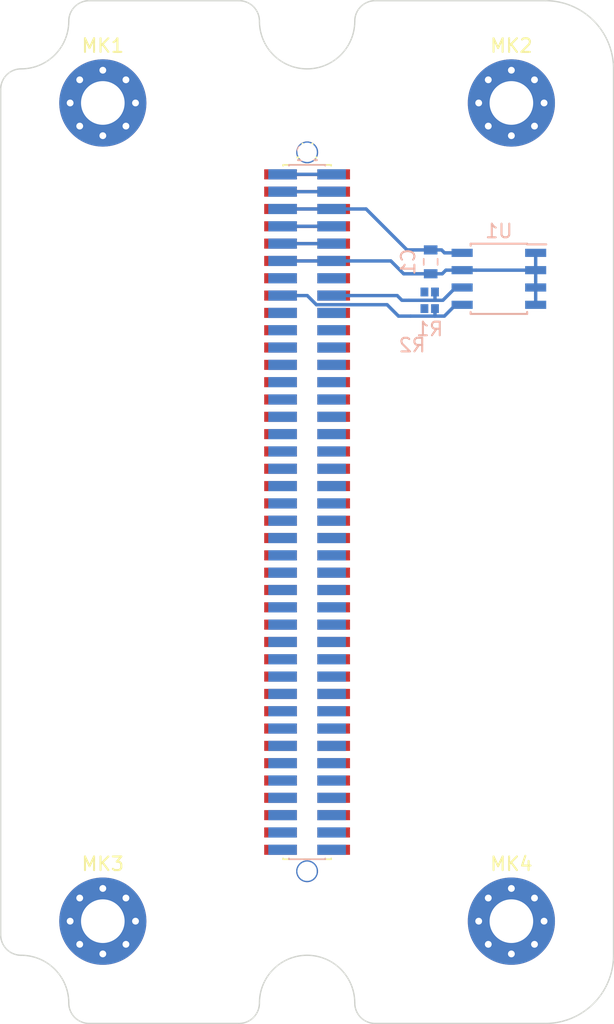
<source format=kicad_pcb>
(kicad_pcb (version 20171130) (host pcbnew "(5.0.0-rc2-dev-107-g49486b83b)")

  (general
    (thickness 1.6)
    (drawings 21)
    (tracks 50)
    (zones 0)
    (modules 10)
    (nets 75)
  )

  (page A4)
  (layers
    (0 F.Cu signal)
    (31 B.Cu signal)
    (32 B.Adhes user hide)
    (33 F.Adhes user hide)
    (34 B.Paste user hide)
    (35 F.Paste user hide)
    (36 B.SilkS user hide)
    (37 F.SilkS user)
    (38 B.Mask user hide)
    (39 F.Mask user hide)
    (40 Dwgs.User user hide)
    (41 Cmts.User user hide)
    (42 Eco1.User user hide)
    (43 Eco2.User user hide)
    (44 Edge.Cuts user)
    (45 Margin user hide)
    (46 B.CrtYd user)
    (47 F.CrtYd user hide)
    (48 B.Fab user hide)
    (49 F.Fab user hide)
  )

  (setup
    (last_trace_width 0.25)
    (trace_clearance 0.1)
    (zone_clearance 0.508)
    (zone_45_only no)
    (trace_min 0.1)
    (segment_width 0.2)
    (edge_width 0.1)
    (via_size 0.8)
    (via_drill 0.4)
    (via_min_size 0.4)
    (via_min_drill 0.3)
    (uvia_size 0.3)
    (uvia_drill 0.1)
    (uvias_allowed no)
    (uvia_min_size 0.2)
    (uvia_min_drill 0.1)
    (pcb_text_width 0.3)
    (pcb_text_size 1.5 1.5)
    (mod_edge_width 0.15)
    (mod_text_size 1 1)
    (mod_text_width 0.15)
    (pad_size 1.5 1.5)
    (pad_drill 1.2)
    (pad_to_mask_clearance 0)
    (aux_axis_origin 0 0)
    (visible_elements 7FFFFFFF)
    (pcbplotparams
      (layerselection 0x010fc_ffffffff)
      (usegerberextensions false)
      (usegerberattributes false)
      (usegerberadvancedattributes false)
      (creategerberjobfile false)
      (excludeedgelayer true)
      (linewidth 0.100000)
      (plotframeref false)
      (viasonmask false)
      (mode 1)
      (useauxorigin false)
      (hpglpennumber 1)
      (hpglpenspeed 20)
      (hpglpendiameter 15)
      (psnegative false)
      (psa4output false)
      (plotreference true)
      (plotvalue true)
      (plotinvisibletext false)
      (padsonsilk false)
      (subtractmaskfromsilk false)
      (outputformat 1)
      (mirror false)
      (drillshape 1)
      (scaleselection 1)
      (outputdirectory ""))
  )

  (net 0 "")
  (net 1 /BAT+)
  (net 2 /VCC_5V)
  (net 3 /VCC_1V8)
  (net 4 /VCC_IO)
  (net 5 /UART_TX)
  (net 6 /UART_RX)
  (net 7 /I2C_SDA)
  (net 8 /I2C_SCL)
  (net 9 /SPI_MOSI)
  (net 10 /SPI_CLK)
  (net 11 /SPI_MISO)
  (net 12 /SPI_CS)
  (net 13 /SDIO_D0)
  (net 14 /SDIO_D1)
  (net 15 /SDIO_D2)
  (net 16 /SDIO_D3)
  (net 17 /SDIO_CMD)
  (net 18 /SDIO_CLK)
  (net 19 /I2S_DI)
  (net 20 /I2S_LRCLK)
  (net 21 /I2S_D0)
  (net 22 /I2S_CLK)
  (net 23 /CAH_H)
  (net 24 /CAN_L)
  (net 25 /USB_D+)
  (net 26 /USB_D-)
  (net 27 /PWM0)
  (net 28 /PWM1)
  (net 29 /ADC0)
  (net 30 /ADC1)
  (net 31 /DAC0)
  (net 32 /DAC1)
  (net 33 /GPIO0)
  (net 34 /GPIO1)
  (net 35 /GPIO2)
  (net 36 /GPIO3)
  (net 37 /GPIO4)
  (net 38 /GPIO5)
  (net 39 /GPIO6)
  (net 40 /GPIO7)
  (net 41 /GPIO8)
  (net 42 /GPIO9)
  (net 43 /NC0)
  (net 44 /NC1)
  (net 45 /NC2)
  (net 46 /NC3)
  (net 47 /NC4)
  (net 48 /NC5)
  (net 49 /NC6)
  (net 50 /NC7)
  (net 51 /NC8)
  (net 52 /NC9)
  (net 53 /NC10)
  (net 54 /NC11)
  (net 55 /NC12)
  (net 56 /NC13)
  (net 57 /NC14)
  (net 58 /NC15)
  (net 59 /NC16)
  (net 60 /NC17)
  (net 61 /NC18)
  (net 62 /NC19)
  (net 63 /NC20)
  (net 64 /NC21)
  (net 65 /NC22)
  (net 66 /NC23)
  (net 67 /NC24)
  (net 68 /NC25)
  (net 69 /NC26)
  (net 70 /NC27)
  (net 71 /NC28)
  (net 72 /NC29)
  (net 73 GND)
  (net 74 +3V3)

  (net_class Default 这是默认网络组.
    (clearance 0.1)
    (trace_width 0.25)
    (via_dia 0.8)
    (via_drill 0.4)
    (uvia_dia 0.3)
    (uvia_drill 0.1)
    (add_net +3V3)
    (add_net /ADC0)
    (add_net /ADC1)
    (add_net /BAT+)
    (add_net /CAH_H)
    (add_net /CAN_L)
    (add_net /DAC0)
    (add_net /DAC1)
    (add_net /GPIO0)
    (add_net /GPIO1)
    (add_net /GPIO2)
    (add_net /GPIO3)
    (add_net /GPIO4)
    (add_net /GPIO5)
    (add_net /GPIO6)
    (add_net /GPIO7)
    (add_net /GPIO8)
    (add_net /GPIO9)
    (add_net /I2C_SCL)
    (add_net /I2C_SDA)
    (add_net /I2S_CLK)
    (add_net /I2S_D0)
    (add_net /I2S_DI)
    (add_net /I2S_LRCLK)
    (add_net /NC0)
    (add_net /NC1)
    (add_net /NC10)
    (add_net /NC11)
    (add_net /NC12)
    (add_net /NC13)
    (add_net /NC14)
    (add_net /NC15)
    (add_net /NC16)
    (add_net /NC17)
    (add_net /NC18)
    (add_net /NC19)
    (add_net /NC2)
    (add_net /NC20)
    (add_net /NC21)
    (add_net /NC22)
    (add_net /NC23)
    (add_net /NC24)
    (add_net /NC25)
    (add_net /NC26)
    (add_net /NC27)
    (add_net /NC28)
    (add_net /NC29)
    (add_net /NC3)
    (add_net /NC4)
    (add_net /NC5)
    (add_net /NC6)
    (add_net /NC7)
    (add_net /NC8)
    (add_net /NC9)
    (add_net /PWM0)
    (add_net /PWM1)
    (add_net /SDIO_CLK)
    (add_net /SDIO_CMD)
    (add_net /SDIO_D0)
    (add_net /SDIO_D1)
    (add_net /SDIO_D2)
    (add_net /SDIO_D3)
    (add_net /SPI_CLK)
    (add_net /SPI_CS)
    (add_net /SPI_MISO)
    (add_net /SPI_MOSI)
    (add_net /UART_RX)
    (add_net /UART_TX)
    (add_net /USB_D+)
    (add_net /USB_D-)
    (add_net /VCC_1V8)
    (add_net /VCC_5V)
    (add_net /VCC_IO)
    (add_net GND)
  )

  (module xconch:xconch_pinheader_2x40 (layer F.Cu) (tedit 5AABE8D0) (tstamp 5AAA8F4D)
    (at 22.5 37.5)
    (descr "surface-mounted straight pin header, 2x40, 1.27mm pitch, double rows")
    (tags "Surface mounted pin header SMD 2x40 1.27mm double row")
    (path /5AA9B0A6)
    (attr smd)
    (fp_text reference J1 (at 0 -26.46) (layer F.SilkS)
      (effects (font (size 1 1) (thickness 0.15)))
    )
    (fp_text value xconch_pinheader_2x40 (at 0 26.46) (layer F.Fab)
      (effects (font (size 1 1) (thickness 0.15)))
    )
    (fp_line (start 1.705 25.4) (end -1.705 25.4) (layer F.Fab) (width 0.1))
    (fp_line (start -1.27 -25.4) (end 1.705 -25.4) (layer F.Fab) (width 0.1))
    (fp_line (start -1.705 25.4) (end -1.705 -24.965) (layer F.Fab) (width 0.1))
    (fp_line (start -1.705 -24.965) (end -1.27 -25.4) (layer F.Fab) (width 0.1))
    (fp_line (start 1.705 -25.4) (end 1.705 25.4) (layer F.Fab) (width 0.1))
    (fp_line (start -1.705 -24.965) (end -2.75 -24.965) (layer F.Fab) (width 0.1))
    (fp_line (start -2.75 -24.965) (end -2.75 -24.565) (layer F.Fab) (width 0.1))
    (fp_line (start -2.75 -24.565) (end -1.705 -24.565) (layer F.Fab) (width 0.1))
    (fp_line (start 1.705 -24.965) (end 2.75 -24.965) (layer F.Fab) (width 0.1))
    (fp_line (start 2.75 -24.965) (end 2.75 -24.565) (layer F.Fab) (width 0.1))
    (fp_line (start 2.75 -24.565) (end 1.705 -24.565) (layer F.Fab) (width 0.1))
    (fp_line (start -1.705 -23.695) (end -2.75 -23.695) (layer F.Fab) (width 0.1))
    (fp_line (start -2.75 -23.695) (end -2.75 -23.295) (layer F.Fab) (width 0.1))
    (fp_line (start -2.75 -23.295) (end -1.705 -23.295) (layer F.Fab) (width 0.1))
    (fp_line (start 1.705 -23.695) (end 2.75 -23.695) (layer F.Fab) (width 0.1))
    (fp_line (start 2.75 -23.695) (end 2.75 -23.295) (layer F.Fab) (width 0.1))
    (fp_line (start 2.75 -23.295) (end 1.705 -23.295) (layer F.Fab) (width 0.1))
    (fp_line (start -1.705 -22.425) (end -2.75 -22.425) (layer F.Fab) (width 0.1))
    (fp_line (start -2.75 -22.425) (end -2.75 -22.025) (layer F.Fab) (width 0.1))
    (fp_line (start -2.75 -22.025) (end -1.705 -22.025) (layer F.Fab) (width 0.1))
    (fp_line (start 1.705 -22.425) (end 2.75 -22.425) (layer F.Fab) (width 0.1))
    (fp_line (start 2.75 -22.425) (end 2.75 -22.025) (layer F.Fab) (width 0.1))
    (fp_line (start 2.75 -22.025) (end 1.705 -22.025) (layer F.Fab) (width 0.1))
    (fp_line (start -1.705 -21.155) (end -2.75 -21.155) (layer F.Fab) (width 0.1))
    (fp_line (start -2.75 -21.155) (end -2.75 -20.755) (layer F.Fab) (width 0.1))
    (fp_line (start -2.75 -20.755) (end -1.705 -20.755) (layer F.Fab) (width 0.1))
    (fp_line (start 1.705 -21.155) (end 2.75 -21.155) (layer F.Fab) (width 0.1))
    (fp_line (start 2.75 -21.155) (end 2.75 -20.755) (layer F.Fab) (width 0.1))
    (fp_line (start 2.75 -20.755) (end 1.705 -20.755) (layer F.Fab) (width 0.1))
    (fp_line (start -1.705 -19.885) (end -2.75 -19.885) (layer F.Fab) (width 0.1))
    (fp_line (start -2.75 -19.885) (end -2.75 -19.485) (layer F.Fab) (width 0.1))
    (fp_line (start -2.75 -19.485) (end -1.705 -19.485) (layer F.Fab) (width 0.1))
    (fp_line (start 1.705 -19.885) (end 2.75 -19.885) (layer F.Fab) (width 0.1))
    (fp_line (start 2.75 -19.885) (end 2.75 -19.485) (layer F.Fab) (width 0.1))
    (fp_line (start 2.75 -19.485) (end 1.705 -19.485) (layer F.Fab) (width 0.1))
    (fp_line (start -1.705 -18.615) (end -2.75 -18.615) (layer F.Fab) (width 0.1))
    (fp_line (start -2.75 -18.615) (end -2.75 -18.215) (layer F.Fab) (width 0.1))
    (fp_line (start -2.75 -18.215) (end -1.705 -18.215) (layer F.Fab) (width 0.1))
    (fp_line (start 1.705 -18.615) (end 2.75 -18.615) (layer F.Fab) (width 0.1))
    (fp_line (start 2.75 -18.615) (end 2.75 -18.215) (layer F.Fab) (width 0.1))
    (fp_line (start 2.75 -18.215) (end 1.705 -18.215) (layer F.Fab) (width 0.1))
    (fp_line (start -1.705 -17.345) (end -2.75 -17.345) (layer F.Fab) (width 0.1))
    (fp_line (start -2.75 -17.345) (end -2.75 -16.945) (layer F.Fab) (width 0.1))
    (fp_line (start -2.75 -16.945) (end -1.705 -16.945) (layer F.Fab) (width 0.1))
    (fp_line (start 1.705 -17.345) (end 2.75 -17.345) (layer F.Fab) (width 0.1))
    (fp_line (start 2.75 -17.345) (end 2.75 -16.945) (layer F.Fab) (width 0.1))
    (fp_line (start 2.75 -16.945) (end 1.705 -16.945) (layer F.Fab) (width 0.1))
    (fp_line (start -1.705 -16.075) (end -2.75 -16.075) (layer F.Fab) (width 0.1))
    (fp_line (start -2.75 -16.075) (end -2.75 -15.675) (layer F.Fab) (width 0.1))
    (fp_line (start -2.75 -15.675) (end -1.705 -15.675) (layer F.Fab) (width 0.1))
    (fp_line (start 1.705 -16.075) (end 2.75 -16.075) (layer F.Fab) (width 0.1))
    (fp_line (start 2.75 -16.075) (end 2.75 -15.675) (layer F.Fab) (width 0.1))
    (fp_line (start 2.75 -15.675) (end 1.705 -15.675) (layer F.Fab) (width 0.1))
    (fp_line (start -1.705 -14.805) (end -2.75 -14.805) (layer F.Fab) (width 0.1))
    (fp_line (start -2.75 -14.805) (end -2.75 -14.405) (layer F.Fab) (width 0.1))
    (fp_line (start -2.75 -14.405) (end -1.705 -14.405) (layer F.Fab) (width 0.1))
    (fp_line (start 1.705 -14.805) (end 2.75 -14.805) (layer F.Fab) (width 0.1))
    (fp_line (start 2.75 -14.805) (end 2.75 -14.405) (layer F.Fab) (width 0.1))
    (fp_line (start 2.75 -14.405) (end 1.705 -14.405) (layer F.Fab) (width 0.1))
    (fp_line (start -1.705 -13.535) (end -2.75 -13.535) (layer F.Fab) (width 0.1))
    (fp_line (start -2.75 -13.535) (end -2.75 -13.135) (layer F.Fab) (width 0.1))
    (fp_line (start -2.75 -13.135) (end -1.705 -13.135) (layer F.Fab) (width 0.1))
    (fp_line (start 1.705 -13.535) (end 2.75 -13.535) (layer F.Fab) (width 0.1))
    (fp_line (start 2.75 -13.535) (end 2.75 -13.135) (layer F.Fab) (width 0.1))
    (fp_line (start 2.75 -13.135) (end 1.705 -13.135) (layer F.Fab) (width 0.1))
    (fp_line (start -1.705 -12.265) (end -2.75 -12.265) (layer F.Fab) (width 0.1))
    (fp_line (start -2.75 -12.265) (end -2.75 -11.865) (layer F.Fab) (width 0.1))
    (fp_line (start -2.75 -11.865) (end -1.705 -11.865) (layer F.Fab) (width 0.1))
    (fp_line (start 1.705 -12.265) (end 2.75 -12.265) (layer F.Fab) (width 0.1))
    (fp_line (start 2.75 -12.265) (end 2.75 -11.865) (layer F.Fab) (width 0.1))
    (fp_line (start 2.75 -11.865) (end 1.705 -11.865) (layer F.Fab) (width 0.1))
    (fp_line (start -1.705 -10.995) (end -2.75 -10.995) (layer F.Fab) (width 0.1))
    (fp_line (start -2.75 -10.995) (end -2.75 -10.595) (layer F.Fab) (width 0.1))
    (fp_line (start -2.75 -10.595) (end -1.705 -10.595) (layer F.Fab) (width 0.1))
    (fp_line (start 1.705 -10.995) (end 2.75 -10.995) (layer F.Fab) (width 0.1))
    (fp_line (start 2.75 -10.995) (end 2.75 -10.595) (layer F.Fab) (width 0.1))
    (fp_line (start 2.75 -10.595) (end 1.705 -10.595) (layer F.Fab) (width 0.1))
    (fp_line (start -1.705 -9.725) (end -2.75 -9.725) (layer F.Fab) (width 0.1))
    (fp_line (start -2.75 -9.725) (end -2.75 -9.325) (layer F.Fab) (width 0.1))
    (fp_line (start -2.75 -9.325) (end -1.705 -9.325) (layer F.Fab) (width 0.1))
    (fp_line (start 1.705 -9.725) (end 2.75 -9.725) (layer F.Fab) (width 0.1))
    (fp_line (start 2.75 -9.725) (end 2.75 -9.325) (layer F.Fab) (width 0.1))
    (fp_line (start 2.75 -9.325) (end 1.705 -9.325) (layer F.Fab) (width 0.1))
    (fp_line (start -1.705 -8.455) (end -2.75 -8.455) (layer F.Fab) (width 0.1))
    (fp_line (start -2.75 -8.455) (end -2.75 -8.055) (layer F.Fab) (width 0.1))
    (fp_line (start -2.75 -8.055) (end -1.705 -8.055) (layer F.Fab) (width 0.1))
    (fp_line (start 1.705 -8.455) (end 2.75 -8.455) (layer F.Fab) (width 0.1))
    (fp_line (start 2.75 -8.455) (end 2.75 -8.055) (layer F.Fab) (width 0.1))
    (fp_line (start 2.75 -8.055) (end 1.705 -8.055) (layer F.Fab) (width 0.1))
    (fp_line (start -1.705 -7.185) (end -2.75 -7.185) (layer F.Fab) (width 0.1))
    (fp_line (start -2.75 -7.185) (end -2.75 -6.785) (layer F.Fab) (width 0.1))
    (fp_line (start -2.75 -6.785) (end -1.705 -6.785) (layer F.Fab) (width 0.1))
    (fp_line (start 1.705 -7.185) (end 2.75 -7.185) (layer F.Fab) (width 0.1))
    (fp_line (start 2.75 -7.185) (end 2.75 -6.785) (layer F.Fab) (width 0.1))
    (fp_line (start 2.75 -6.785) (end 1.705 -6.785) (layer F.Fab) (width 0.1))
    (fp_line (start -1.705 -5.915) (end -2.75 -5.915) (layer F.Fab) (width 0.1))
    (fp_line (start -2.75 -5.915) (end -2.75 -5.515) (layer F.Fab) (width 0.1))
    (fp_line (start -2.75 -5.515) (end -1.705 -5.515) (layer F.Fab) (width 0.1))
    (fp_line (start 1.705 -5.915) (end 2.75 -5.915) (layer F.Fab) (width 0.1))
    (fp_line (start 2.75 -5.915) (end 2.75 -5.515) (layer F.Fab) (width 0.1))
    (fp_line (start 2.75 -5.515) (end 1.705 -5.515) (layer F.Fab) (width 0.1))
    (fp_line (start -1.705 -4.645) (end -2.75 -4.645) (layer F.Fab) (width 0.1))
    (fp_line (start -2.75 -4.645) (end -2.75 -4.245) (layer F.Fab) (width 0.1))
    (fp_line (start -2.75 -4.245) (end -1.705 -4.245) (layer F.Fab) (width 0.1))
    (fp_line (start 1.705 -4.645) (end 2.75 -4.645) (layer F.Fab) (width 0.1))
    (fp_line (start 2.75 -4.645) (end 2.75 -4.245) (layer F.Fab) (width 0.1))
    (fp_line (start 2.75 -4.245) (end 1.705 -4.245) (layer F.Fab) (width 0.1))
    (fp_line (start -1.705 -3.375) (end -2.75 -3.375) (layer F.Fab) (width 0.1))
    (fp_line (start -2.75 -3.375) (end -2.75 -2.975) (layer F.Fab) (width 0.1))
    (fp_line (start -2.75 -2.975) (end -1.705 -2.975) (layer F.Fab) (width 0.1))
    (fp_line (start 1.705 -3.375) (end 2.75 -3.375) (layer F.Fab) (width 0.1))
    (fp_line (start 2.75 -3.375) (end 2.75 -2.975) (layer F.Fab) (width 0.1))
    (fp_line (start 2.75 -2.975) (end 1.705 -2.975) (layer F.Fab) (width 0.1))
    (fp_line (start -1.705 -2.105) (end -2.75 -2.105) (layer F.Fab) (width 0.1))
    (fp_line (start -2.75 -2.105) (end -2.75 -1.705) (layer F.Fab) (width 0.1))
    (fp_line (start -2.75 -1.705) (end -1.705 -1.705) (layer F.Fab) (width 0.1))
    (fp_line (start 1.705 -2.105) (end 2.75 -2.105) (layer F.Fab) (width 0.1))
    (fp_line (start 2.75 -2.105) (end 2.75 -1.705) (layer F.Fab) (width 0.1))
    (fp_line (start 2.75 -1.705) (end 1.705 -1.705) (layer F.Fab) (width 0.1))
    (fp_line (start -1.705 -0.835) (end -2.75 -0.835) (layer F.Fab) (width 0.1))
    (fp_line (start -2.75 -0.835) (end -2.75 -0.435) (layer F.Fab) (width 0.1))
    (fp_line (start -2.75 -0.435) (end -1.705 -0.435) (layer F.Fab) (width 0.1))
    (fp_line (start 1.705 -0.835) (end 2.75 -0.835) (layer F.Fab) (width 0.1))
    (fp_line (start 2.75 -0.835) (end 2.75 -0.435) (layer F.Fab) (width 0.1))
    (fp_line (start 2.75 -0.435) (end 1.705 -0.435) (layer F.Fab) (width 0.1))
    (fp_line (start -1.705 0.435) (end -2.75 0.435) (layer F.Fab) (width 0.1))
    (fp_line (start -2.75 0.435) (end -2.75 0.835) (layer F.Fab) (width 0.1))
    (fp_line (start -2.75 0.835) (end -1.705 0.835) (layer F.Fab) (width 0.1))
    (fp_line (start 1.705 0.435) (end 2.75 0.435) (layer F.Fab) (width 0.1))
    (fp_line (start 2.75 0.435) (end 2.75 0.835) (layer F.Fab) (width 0.1))
    (fp_line (start 2.75 0.835) (end 1.705 0.835) (layer F.Fab) (width 0.1))
    (fp_line (start -1.705 1.705) (end -2.75 1.705) (layer F.Fab) (width 0.1))
    (fp_line (start -2.75 1.705) (end -2.75 2.105) (layer F.Fab) (width 0.1))
    (fp_line (start -2.75 2.105) (end -1.705 2.105) (layer F.Fab) (width 0.1))
    (fp_line (start 1.705 1.705) (end 2.75 1.705) (layer F.Fab) (width 0.1))
    (fp_line (start 2.75 1.705) (end 2.75 2.105) (layer F.Fab) (width 0.1))
    (fp_line (start 2.75 2.105) (end 1.705 2.105) (layer F.Fab) (width 0.1))
    (fp_line (start -1.705 2.975) (end -2.75 2.975) (layer F.Fab) (width 0.1))
    (fp_line (start -2.75 2.975) (end -2.75 3.375) (layer F.Fab) (width 0.1))
    (fp_line (start -2.75 3.375) (end -1.705 3.375) (layer F.Fab) (width 0.1))
    (fp_line (start 1.705 2.975) (end 2.75 2.975) (layer F.Fab) (width 0.1))
    (fp_line (start 2.75 2.975) (end 2.75 3.375) (layer F.Fab) (width 0.1))
    (fp_line (start 2.75 3.375) (end 1.705 3.375) (layer F.Fab) (width 0.1))
    (fp_line (start -1.705 4.245) (end -2.75 4.245) (layer F.Fab) (width 0.1))
    (fp_line (start -2.75 4.245) (end -2.75 4.645) (layer F.Fab) (width 0.1))
    (fp_line (start -2.75 4.645) (end -1.705 4.645) (layer F.Fab) (width 0.1))
    (fp_line (start 1.705 4.245) (end 2.75 4.245) (layer F.Fab) (width 0.1))
    (fp_line (start 2.75 4.245) (end 2.75 4.645) (layer F.Fab) (width 0.1))
    (fp_line (start 2.75 4.645) (end 1.705 4.645) (layer F.Fab) (width 0.1))
    (fp_line (start -1.705 5.515) (end -2.75 5.515) (layer F.Fab) (width 0.1))
    (fp_line (start -2.75 5.515) (end -2.75 5.915) (layer F.Fab) (width 0.1))
    (fp_line (start -2.75 5.915) (end -1.705 5.915) (layer F.Fab) (width 0.1))
    (fp_line (start 1.705 5.515) (end 2.75 5.515) (layer F.Fab) (width 0.1))
    (fp_line (start 2.75 5.515) (end 2.75 5.915) (layer F.Fab) (width 0.1))
    (fp_line (start 2.75 5.915) (end 1.705 5.915) (layer F.Fab) (width 0.1))
    (fp_line (start -1.705 6.785) (end -2.75 6.785) (layer F.Fab) (width 0.1))
    (fp_line (start -2.75 6.785) (end -2.75 7.185) (layer F.Fab) (width 0.1))
    (fp_line (start -2.75 7.185) (end -1.705 7.185) (layer F.Fab) (width 0.1))
    (fp_line (start 1.705 6.785) (end 2.75 6.785) (layer F.Fab) (width 0.1))
    (fp_line (start 2.75 6.785) (end 2.75 7.185) (layer F.Fab) (width 0.1))
    (fp_line (start 2.75 7.185) (end 1.705 7.185) (layer F.Fab) (width 0.1))
    (fp_line (start -1.705 8.055) (end -2.75 8.055) (layer F.Fab) (width 0.1))
    (fp_line (start -2.75 8.055) (end -2.75 8.455) (layer F.Fab) (width 0.1))
    (fp_line (start -2.75 8.455) (end -1.705 8.455) (layer F.Fab) (width 0.1))
    (fp_line (start 1.705 8.055) (end 2.75 8.055) (layer F.Fab) (width 0.1))
    (fp_line (start 2.75 8.055) (end 2.75 8.455) (layer F.Fab) (width 0.1))
    (fp_line (start 2.75 8.455) (end 1.705 8.455) (layer F.Fab) (width 0.1))
    (fp_line (start -1.705 9.325) (end -2.75 9.325) (layer F.Fab) (width 0.1))
    (fp_line (start -2.75 9.325) (end -2.75 9.725) (layer F.Fab) (width 0.1))
    (fp_line (start -2.75 9.725) (end -1.705 9.725) (layer F.Fab) (width 0.1))
    (fp_line (start 1.705 9.325) (end 2.75 9.325) (layer F.Fab) (width 0.1))
    (fp_line (start 2.75 9.325) (end 2.75 9.725) (layer F.Fab) (width 0.1))
    (fp_line (start 2.75 9.725) (end 1.705 9.725) (layer F.Fab) (width 0.1))
    (fp_line (start -1.705 10.595) (end -2.75 10.595) (layer F.Fab) (width 0.1))
    (fp_line (start -2.75 10.595) (end -2.75 10.995) (layer F.Fab) (width 0.1))
    (fp_line (start -2.75 10.995) (end -1.705 10.995) (layer F.Fab) (width 0.1))
    (fp_line (start 1.705 10.595) (end 2.75 10.595) (layer F.Fab) (width 0.1))
    (fp_line (start 2.75 10.595) (end 2.75 10.995) (layer F.Fab) (width 0.1))
    (fp_line (start 2.75 10.995) (end 1.705 10.995) (layer F.Fab) (width 0.1))
    (fp_line (start -1.705 11.865) (end -2.75 11.865) (layer F.Fab) (width 0.1))
    (fp_line (start -2.75 11.865) (end -2.75 12.265) (layer F.Fab) (width 0.1))
    (fp_line (start -2.75 12.265) (end -1.705 12.265) (layer F.Fab) (width 0.1))
    (fp_line (start 1.705 11.865) (end 2.75 11.865) (layer F.Fab) (width 0.1))
    (fp_line (start 2.75 11.865) (end 2.75 12.265) (layer F.Fab) (width 0.1))
    (fp_line (start 2.75 12.265) (end 1.705 12.265) (layer F.Fab) (width 0.1))
    (fp_line (start -1.705 13.135) (end -2.75 13.135) (layer F.Fab) (width 0.1))
    (fp_line (start -2.75 13.135) (end -2.75 13.535) (layer F.Fab) (width 0.1))
    (fp_line (start -2.75 13.535) (end -1.705 13.535) (layer F.Fab) (width 0.1))
    (fp_line (start 1.705 13.135) (end 2.75 13.135) (layer F.Fab) (width 0.1))
    (fp_line (start 2.75 13.135) (end 2.75 13.535) (layer F.Fab) (width 0.1))
    (fp_line (start 2.75 13.535) (end 1.705 13.535) (layer F.Fab) (width 0.1))
    (fp_line (start -1.705 14.405) (end -2.75 14.405) (layer F.Fab) (width 0.1))
    (fp_line (start -2.75 14.405) (end -2.75 14.805) (layer F.Fab) (width 0.1))
    (fp_line (start -2.75 14.805) (end -1.705 14.805) (layer F.Fab) (width 0.1))
    (fp_line (start 1.705 14.405) (end 2.75 14.405) (layer F.Fab) (width 0.1))
    (fp_line (start 2.75 14.405) (end 2.75 14.805) (layer F.Fab) (width 0.1))
    (fp_line (start 2.75 14.805) (end 1.705 14.805) (layer F.Fab) (width 0.1))
    (fp_line (start -1.705 15.675) (end -2.75 15.675) (layer F.Fab) (width 0.1))
    (fp_line (start -2.75 15.675) (end -2.75 16.075) (layer F.Fab) (width 0.1))
    (fp_line (start -2.75 16.075) (end -1.705 16.075) (layer F.Fab) (width 0.1))
    (fp_line (start 1.705 15.675) (end 2.75 15.675) (layer F.Fab) (width 0.1))
    (fp_line (start 2.75 15.675) (end 2.75 16.075) (layer F.Fab) (width 0.1))
    (fp_line (start 2.75 16.075) (end 1.705 16.075) (layer F.Fab) (width 0.1))
    (fp_line (start -1.705 16.945) (end -2.75 16.945) (layer F.Fab) (width 0.1))
    (fp_line (start -2.75 16.945) (end -2.75 17.345) (layer F.Fab) (width 0.1))
    (fp_line (start -2.75 17.345) (end -1.705 17.345) (layer F.Fab) (width 0.1))
    (fp_line (start 1.705 16.945) (end 2.75 16.945) (layer F.Fab) (width 0.1))
    (fp_line (start 2.75 16.945) (end 2.75 17.345) (layer F.Fab) (width 0.1))
    (fp_line (start 2.75 17.345) (end 1.705 17.345) (layer F.Fab) (width 0.1))
    (fp_line (start -1.705 18.215) (end -2.75 18.215) (layer F.Fab) (width 0.1))
    (fp_line (start -2.75 18.215) (end -2.75 18.615) (layer F.Fab) (width 0.1))
    (fp_line (start -2.75 18.615) (end -1.705 18.615) (layer F.Fab) (width 0.1))
    (fp_line (start 1.705 18.215) (end 2.75 18.215) (layer F.Fab) (width 0.1))
    (fp_line (start 2.75 18.215) (end 2.75 18.615) (layer F.Fab) (width 0.1))
    (fp_line (start 2.75 18.615) (end 1.705 18.615) (layer F.Fab) (width 0.1))
    (fp_line (start -1.705 19.485) (end -2.75 19.485) (layer F.Fab) (width 0.1))
    (fp_line (start -2.75 19.485) (end -2.75 19.885) (layer F.Fab) (width 0.1))
    (fp_line (start -2.75 19.885) (end -1.705 19.885) (layer F.Fab) (width 0.1))
    (fp_line (start 1.705 19.485) (end 2.75 19.485) (layer F.Fab) (width 0.1))
    (fp_line (start 2.75 19.485) (end 2.75 19.885) (layer F.Fab) (width 0.1))
    (fp_line (start 2.75 19.885) (end 1.705 19.885) (layer F.Fab) (width 0.1))
    (fp_line (start -1.705 20.755) (end -2.75 20.755) (layer F.Fab) (width 0.1))
    (fp_line (start -2.75 20.755) (end -2.75 21.155) (layer F.Fab) (width 0.1))
    (fp_line (start -2.75 21.155) (end -1.705 21.155) (layer F.Fab) (width 0.1))
    (fp_line (start 1.705 20.755) (end 2.75 20.755) (layer F.Fab) (width 0.1))
    (fp_line (start 2.75 20.755) (end 2.75 21.155) (layer F.Fab) (width 0.1))
    (fp_line (start 2.75 21.155) (end 1.705 21.155) (layer F.Fab) (width 0.1))
    (fp_line (start -1.705 22.025) (end -2.75 22.025) (layer F.Fab) (width 0.1))
    (fp_line (start -2.75 22.025) (end -2.75 22.425) (layer F.Fab) (width 0.1))
    (fp_line (start -2.75 22.425) (end -1.705 22.425) (layer F.Fab) (width 0.1))
    (fp_line (start 1.705 22.025) (end 2.75 22.025) (layer F.Fab) (width 0.1))
    (fp_line (start 2.75 22.025) (end 2.75 22.425) (layer F.Fab) (width 0.1))
    (fp_line (start 2.75 22.425) (end 1.705 22.425) (layer F.Fab) (width 0.1))
    (fp_line (start -1.705 23.295) (end -2.75 23.295) (layer F.Fab) (width 0.1))
    (fp_line (start -2.75 23.295) (end -2.75 23.695) (layer F.Fab) (width 0.1))
    (fp_line (start -2.75 23.695) (end -1.705 23.695) (layer F.Fab) (width 0.1))
    (fp_line (start 1.705 23.295) (end 2.75 23.295) (layer F.Fab) (width 0.1))
    (fp_line (start 2.75 23.295) (end 2.75 23.695) (layer F.Fab) (width 0.1))
    (fp_line (start 2.75 23.695) (end 1.705 23.695) (layer F.Fab) (width 0.1))
    (fp_line (start -1.705 24.565) (end -2.75 24.565) (layer F.Fab) (width 0.1))
    (fp_line (start -2.75 24.565) (end -2.75 24.965) (layer F.Fab) (width 0.1))
    (fp_line (start -2.75 24.965) (end -1.705 24.965) (layer F.Fab) (width 0.1))
    (fp_line (start 1.705 24.565) (end 2.75 24.565) (layer F.Fab) (width 0.1))
    (fp_line (start 2.75 24.565) (end 2.75 24.965) (layer F.Fab) (width 0.1))
    (fp_line (start 2.75 24.965) (end 1.705 24.965) (layer F.Fab) (width 0.1))
    (fp_line (start -1.765 -25.46) (end 1.765 -25.46) (layer F.SilkS) (width 0.12))
    (fp_line (start -1.765 25.46) (end 1.765 25.46) (layer F.SilkS) (width 0.12))
    (fp_line (start -1.765 -25.46) (end -1.765 -25.395) (layer F.SilkS) (width 0.12))
    (fp_line (start 1.765 -25.46) (end 1.765 -25.395) (layer F.SilkS) (width 0.12))
    (fp_line (start -1.765 25.395) (end -1.765 25.46) (layer F.SilkS) (width 0.12))
    (fp_line (start 1.765 25.395) (end 1.765 25.46) (layer F.SilkS) (width 0.12))
    (fp_line (start -4.3 -25.9) (end -4.3 25.9) (layer F.CrtYd) (width 0.05))
    (fp_line (start -4.3 25.9) (end 4.3 25.9) (layer F.CrtYd) (width 0.05))
    (fp_line (start 4.3 25.9) (end 4.3 -25.9) (layer F.CrtYd) (width 0.05))
    (fp_line (start 4.3 -25.9) (end -4.3 -25.9) (layer F.CrtYd) (width 0.05))
    (fp_text user %R (at 0 0 90) (layer F.Fab)
      (effects (font (size 1 1) (thickness 0.15)))
    )
    (pad "" thru_hole circle (at 0 26.3398) (size 1.6 1.6) (drill 1.4) (layers *.Cu *.Mask))
    (pad "" thru_hole circle (at 0.0127 -26.3779) (size 1.6 1.6) (drill 1.4) (layers *.Cu *.Mask))
    (pad 1 smd rect (at -1.95 -24.765) (size 2.4 0.74) (layers F.Cu F.Paste F.Mask)
      (net 1 /BAT+))
    (pad 2 smd rect (at 1.95 -24.765) (size 2.4 0.74) (layers F.Cu F.Paste F.Mask)
      (net 1 /BAT+))
    (pad 3 smd rect (at -1.95 -23.495) (size 2.4 0.74) (layers F.Cu F.Paste F.Mask)
      (net 2 /VCC_5V))
    (pad 4 smd rect (at 1.95 -23.495) (size 2.4 0.74) (layers F.Cu F.Paste F.Mask)
      (net 2 /VCC_5V))
    (pad 5 smd rect (at -1.95 -22.225) (size 2.4 0.74) (layers F.Cu F.Paste F.Mask)
      (net 74 +3V3))
    (pad 6 smd rect (at 1.95 -22.225) (size 2.4 0.74) (layers F.Cu F.Paste F.Mask)
      (net 74 +3V3))
    (pad 7 smd rect (at -1.95 -20.955) (size 2.4 0.74) (layers F.Cu F.Paste F.Mask)
      (net 3 /VCC_1V8))
    (pad 8 smd rect (at 1.95 -20.955) (size 2.4 0.74) (layers F.Cu F.Paste F.Mask)
      (net 3 /VCC_1V8))
    (pad 9 smd rect (at -1.95 -19.685) (size 2.4 0.74) (layers F.Cu F.Paste F.Mask)
      (net 4 /VCC_IO))
    (pad 10 smd rect (at 1.95 -19.685) (size 2.4 0.74) (layers F.Cu F.Paste F.Mask)
      (net 4 /VCC_IO))
    (pad 11 smd rect (at -1.95 -18.415) (size 2.4 0.74) (layers F.Cu F.Paste F.Mask)
      (net 73 GND))
    (pad 12 smd rect (at 1.95 -18.415) (size 2.4 0.74) (layers F.Cu F.Paste F.Mask)
      (net 73 GND))
    (pad 13 smd rect (at -1.95 -17.145) (size 2.4 0.74) (layers F.Cu F.Paste F.Mask)
      (net 5 /UART_TX))
    (pad 14 smd rect (at 1.95 -17.145) (size 2.4 0.74) (layers F.Cu F.Paste F.Mask)
      (net 6 /UART_RX))
    (pad 15 smd rect (at -1.95 -15.875) (size 2.4 0.74) (layers F.Cu F.Paste F.Mask)
      (net 7 /I2C_SDA))
    (pad 16 smd rect (at 1.95 -15.875) (size 2.4 0.74) (layers F.Cu F.Paste F.Mask)
      (net 8 /I2C_SCL))
    (pad 17 smd rect (at -1.95 -14.605) (size 2.4 0.74) (layers F.Cu F.Paste F.Mask)
      (net 9 /SPI_MOSI))
    (pad 18 smd rect (at 1.95 -14.605) (size 2.4 0.74) (layers F.Cu F.Paste F.Mask)
      (net 10 /SPI_CLK))
    (pad 19 smd rect (at -1.95 -13.335) (size 2.4 0.74) (layers F.Cu F.Paste F.Mask)
      (net 11 /SPI_MISO))
    (pad 20 smd rect (at 1.95 -13.335) (size 2.4 0.74) (layers F.Cu F.Paste F.Mask)
      (net 12 /SPI_CS))
    (pad 21 smd rect (at -1.95 -12.065) (size 2.4 0.74) (layers F.Cu F.Paste F.Mask)
      (net 13 /SDIO_D0))
    (pad 22 smd rect (at 1.95 -12.065) (size 2.4 0.74) (layers F.Cu F.Paste F.Mask)
      (net 14 /SDIO_D1))
    (pad 23 smd rect (at -1.95 -10.795) (size 2.4 0.74) (layers F.Cu F.Paste F.Mask)
      (net 15 /SDIO_D2))
    (pad 24 smd rect (at 1.95 -10.795) (size 2.4 0.74) (layers F.Cu F.Paste F.Mask)
      (net 16 /SDIO_D3))
    (pad 25 smd rect (at -1.95 -9.525) (size 2.4 0.74) (layers F.Cu F.Paste F.Mask)
      (net 17 /SDIO_CMD))
    (pad 26 smd rect (at 1.95 -9.525) (size 2.4 0.74) (layers F.Cu F.Paste F.Mask)
      (net 18 /SDIO_CLK))
    (pad 27 smd rect (at -1.95 -8.255) (size 2.4 0.74) (layers F.Cu F.Paste F.Mask)
      (net 19 /I2S_DI))
    (pad 28 smd rect (at 1.95 -8.255) (size 2.4 0.74) (layers F.Cu F.Paste F.Mask)
      (net 20 /I2S_LRCLK))
    (pad 29 smd rect (at -1.95 -6.985) (size 2.4 0.74) (layers F.Cu F.Paste F.Mask)
      (net 21 /I2S_D0))
    (pad 30 smd rect (at 1.95 -6.985) (size 2.4 0.74) (layers F.Cu F.Paste F.Mask)
      (net 22 /I2S_CLK))
    (pad 31 smd rect (at -1.95 -5.715) (size 2.4 0.74) (layers F.Cu F.Paste F.Mask)
      (net 23 /CAH_H))
    (pad 32 smd rect (at 1.95 -5.715) (size 2.4 0.74) (layers F.Cu F.Paste F.Mask)
      (net 24 /CAN_L))
    (pad 33 smd rect (at -1.95 -4.445) (size 2.4 0.74) (layers F.Cu F.Paste F.Mask)
      (net 25 /USB_D+))
    (pad 34 smd rect (at 1.95 -4.445) (size 2.4 0.74) (layers F.Cu F.Paste F.Mask)
      (net 26 /USB_D-))
    (pad 35 smd rect (at -1.95 -3.175) (size 2.4 0.74) (layers F.Cu F.Paste F.Mask)
      (net 27 /PWM0))
    (pad 36 smd rect (at 1.95 -3.175) (size 2.4 0.74) (layers F.Cu F.Paste F.Mask)
      (net 28 /PWM1))
    (pad 37 smd rect (at -1.95 -1.905) (size 2.4 0.74) (layers F.Cu F.Paste F.Mask)
      (net 29 /ADC0))
    (pad 38 smd rect (at 1.95 -1.905) (size 2.4 0.74) (layers F.Cu F.Paste F.Mask)
      (net 30 /ADC1))
    (pad 39 smd rect (at -1.95 -0.635) (size 2.4 0.74) (layers F.Cu F.Paste F.Mask)
      (net 31 /DAC0))
    (pad 40 smd rect (at 1.95 -0.635) (size 2.4 0.74) (layers F.Cu F.Paste F.Mask)
      (net 32 /DAC1))
    (pad 41 smd rect (at -1.95 0.635) (size 2.4 0.74) (layers F.Cu F.Paste F.Mask)
      (net 33 /GPIO0))
    (pad 42 smd rect (at 1.95 0.635) (size 2.4 0.74) (layers F.Cu F.Paste F.Mask)
      (net 34 /GPIO1))
    (pad 43 smd rect (at -1.95 1.905) (size 2.4 0.74) (layers F.Cu F.Paste F.Mask)
      (net 35 /GPIO2))
    (pad 44 smd rect (at 1.95 1.905) (size 2.4 0.74) (layers F.Cu F.Paste F.Mask)
      (net 36 /GPIO3))
    (pad 45 smd rect (at -1.95 3.175) (size 2.4 0.74) (layers F.Cu F.Paste F.Mask)
      (net 37 /GPIO4))
    (pad 46 smd rect (at 1.95 3.175) (size 2.4 0.74) (layers F.Cu F.Paste F.Mask)
      (net 38 /GPIO5))
    (pad 47 smd rect (at -1.95 4.445) (size 2.4 0.74) (layers F.Cu F.Paste F.Mask)
      (net 39 /GPIO6))
    (pad 48 smd rect (at 1.95 4.445) (size 2.4 0.74) (layers F.Cu F.Paste F.Mask)
      (net 40 /GPIO7))
    (pad 49 smd rect (at -1.95 5.715) (size 2.4 0.74) (layers F.Cu F.Paste F.Mask)
      (net 41 /GPIO8))
    (pad 50 smd rect (at 1.95 5.715) (size 2.4 0.74) (layers F.Cu F.Paste F.Mask)
      (net 42 /GPIO9))
    (pad 51 smd rect (at -1.95 6.985) (size 2.4 0.74) (layers F.Cu F.Paste F.Mask)
      (net 43 /NC0))
    (pad 52 smd rect (at 1.95 6.985) (size 2.4 0.74) (layers F.Cu F.Paste F.Mask)
      (net 44 /NC1))
    (pad 53 smd rect (at -1.95 8.255) (size 2.4 0.74) (layers F.Cu F.Paste F.Mask)
      (net 45 /NC2))
    (pad 54 smd rect (at 1.95 8.255) (size 2.4 0.74) (layers F.Cu F.Paste F.Mask)
      (net 46 /NC3))
    (pad 55 smd rect (at -1.95 9.525) (size 2.4 0.74) (layers F.Cu F.Paste F.Mask)
      (net 47 /NC4))
    (pad 56 smd rect (at 1.95 9.525) (size 2.4 0.74) (layers F.Cu F.Paste F.Mask)
      (net 48 /NC5))
    (pad 57 smd rect (at -1.95 10.795) (size 2.4 0.74) (layers F.Cu F.Paste F.Mask)
      (net 49 /NC6))
    (pad 58 smd rect (at 1.95 10.795) (size 2.4 0.74) (layers F.Cu F.Paste F.Mask)
      (net 50 /NC7))
    (pad 59 smd rect (at -1.95 12.065) (size 2.4 0.74) (layers F.Cu F.Paste F.Mask)
      (net 51 /NC8))
    (pad 60 smd rect (at 1.95 12.065) (size 2.4 0.74) (layers F.Cu F.Paste F.Mask)
      (net 52 /NC9))
    (pad 61 smd rect (at -1.95 13.335) (size 2.4 0.74) (layers F.Cu F.Paste F.Mask)
      (net 53 /NC10))
    (pad 62 smd rect (at 1.95 13.335) (size 2.4 0.74) (layers F.Cu F.Paste F.Mask)
      (net 54 /NC11))
    (pad 63 smd rect (at -1.95 14.605) (size 2.4 0.74) (layers F.Cu F.Paste F.Mask)
      (net 55 /NC12))
    (pad 64 smd rect (at 1.95 14.605) (size 2.4 0.74) (layers F.Cu F.Paste F.Mask)
      (net 56 /NC13))
    (pad 65 smd rect (at -1.95 15.875) (size 2.4 0.74) (layers F.Cu F.Paste F.Mask)
      (net 57 /NC14))
    (pad 66 smd rect (at 1.95 15.875) (size 2.4 0.74) (layers F.Cu F.Paste F.Mask)
      (net 58 /NC15))
    (pad 67 smd rect (at -1.95 17.145) (size 2.4 0.74) (layers F.Cu F.Paste F.Mask)
      (net 59 /NC16))
    (pad 68 smd rect (at 1.95 17.145) (size 2.4 0.74) (layers F.Cu F.Paste F.Mask)
      (net 60 /NC17))
    (pad 69 smd rect (at -1.95 18.415) (size 2.4 0.74) (layers F.Cu F.Paste F.Mask)
      (net 61 /NC18))
    (pad 70 smd rect (at 1.95 18.415) (size 2.4 0.74) (layers F.Cu F.Paste F.Mask)
      (net 62 /NC19))
    (pad 71 smd rect (at -1.95 19.685) (size 2.4 0.74) (layers F.Cu F.Paste F.Mask)
      (net 63 /NC20))
    (pad 72 smd rect (at 1.95 19.685) (size 2.4 0.74) (layers F.Cu F.Paste F.Mask)
      (net 64 /NC21))
    (pad 73 smd rect (at -1.95 20.955) (size 2.4 0.74) (layers F.Cu F.Paste F.Mask)
      (net 65 /NC22))
    (pad 74 smd rect (at 1.95 20.955) (size 2.4 0.74) (layers F.Cu F.Paste F.Mask)
      (net 66 /NC23))
    (pad 75 smd rect (at -1.95 22.225) (size 2.4 0.74) (layers F.Cu F.Paste F.Mask)
      (net 67 /NC24))
    (pad 76 smd rect (at 1.95 22.225) (size 2.4 0.74) (layers F.Cu F.Paste F.Mask)
      (net 68 /NC25))
    (pad 77 smd rect (at -1.95 23.495) (size 2.4 0.74) (layers F.Cu F.Paste F.Mask)
      (net 69 /NC26))
    (pad 78 smd rect (at 1.95 23.495) (size 2.4 0.74) (layers F.Cu F.Paste F.Mask)
      (net 70 /NC27))
    (pad 79 smd rect (at -1.95 24.765) (size 2.4 0.74) (layers F.Cu F.Paste F.Mask)
      (net 71 /NC28))
    (pad 80 smd rect (at 1.95 24.765) (size 2.4 0.74) (layers F.Cu F.Paste F.Mask)
      (net 72 /NC29))
    (model ${KISYS3DMOD}/Connector_PinHeader_1.27mm.3dshapes/PinHeader_2x40_P1.27mm_Vertical_SMD.wrl
      (at (xyz 0 0 0))
      (scale (xyz 1 1 1))
      (rotate (xyz 0 0 0))
    )
  )

  (module xconch:xconch_pinsocket_2x40 (layer B.Cu) (tedit 5AABE8B4) (tstamp 5AAA90A2)
    (at 22.5 37.5 180)
    (descr "surface-mounted straight socket strip, 2x40, 1.27mm pitch, double cols (from Kicad 4.0.7!), script generated")
    (tags "Surface mounted socket strip SMD 2x40 1.27mm double row")
    (path /5AA9B0FB)
    (attr smd)
    (fp_text reference J2 (at 0 26.265 180) (layer B.SilkS)
      (effects (font (size 1 1) (thickness 0.15)) (justify mirror))
    )
    (fp_text value xconch_pinsocket_2x40 (at 0 -26.265 180) (layer B.Fab)
      (effects (font (size 1 1) (thickness 0.15)) (justify mirror))
    )
    (fp_text user %R (at 0 0 90) (layer B.Fab)
      (effects (font (size 1 1) (thickness 0.15)) (justify mirror))
    )
    (fp_line (start -3.35 -25.9) (end -3.35 25.9) (layer B.CrtYd) (width 0.05))
    (fp_line (start 3.35 -25.9) (end -3.35 -25.9) (layer B.CrtYd) (width 0.05))
    (fp_line (start 3.35 25.9) (end 3.35 -25.9) (layer B.CrtYd) (width 0.05))
    (fp_line (start -3.35 25.9) (end 3.35 25.9) (layer B.CrtYd) (width 0.05))
    (fp_line (start 2.555 -24.965) (end 1.27 -24.965) (layer B.Fab) (width 0.1))
    (fp_line (start 2.555 -24.565) (end 2.555 -24.965) (layer B.Fab) (width 0.1))
    (fp_line (start 1.27 -24.565) (end 2.555 -24.565) (layer B.Fab) (width 0.1))
    (fp_line (start -2.555 -24.965) (end -2.555 -24.565) (layer B.Fab) (width 0.1))
    (fp_line (start -1.27 -24.965) (end -2.555 -24.965) (layer B.Fab) (width 0.1))
    (fp_line (start -2.555 -24.565) (end -1.27 -24.565) (layer B.Fab) (width 0.1))
    (fp_line (start 2.555 -23.695) (end 1.27 -23.695) (layer B.Fab) (width 0.1))
    (fp_line (start 2.555 -23.295) (end 2.555 -23.695) (layer B.Fab) (width 0.1))
    (fp_line (start 1.27 -23.295) (end 2.555 -23.295) (layer B.Fab) (width 0.1))
    (fp_line (start -2.555 -23.695) (end -2.555 -23.295) (layer B.Fab) (width 0.1))
    (fp_line (start -1.27 -23.695) (end -2.555 -23.695) (layer B.Fab) (width 0.1))
    (fp_line (start -2.555 -23.295) (end -1.27 -23.295) (layer B.Fab) (width 0.1))
    (fp_line (start 2.555 -22.425) (end 1.27 -22.425) (layer B.Fab) (width 0.1))
    (fp_line (start 2.555 -22.025) (end 2.555 -22.425) (layer B.Fab) (width 0.1))
    (fp_line (start 1.27 -22.025) (end 2.555 -22.025) (layer B.Fab) (width 0.1))
    (fp_line (start -2.555 -22.425) (end -2.555 -22.025) (layer B.Fab) (width 0.1))
    (fp_line (start -1.27 -22.425) (end -2.555 -22.425) (layer B.Fab) (width 0.1))
    (fp_line (start -2.555 -22.025) (end -1.27 -22.025) (layer B.Fab) (width 0.1))
    (fp_line (start 2.555 -21.155) (end 1.27 -21.155) (layer B.Fab) (width 0.1))
    (fp_line (start 2.555 -20.755) (end 2.555 -21.155) (layer B.Fab) (width 0.1))
    (fp_line (start 1.27 -20.755) (end 2.555 -20.755) (layer B.Fab) (width 0.1))
    (fp_line (start -2.555 -21.155) (end -2.555 -20.755) (layer B.Fab) (width 0.1))
    (fp_line (start -1.27 -21.155) (end -2.555 -21.155) (layer B.Fab) (width 0.1))
    (fp_line (start -2.555 -20.755) (end -1.27 -20.755) (layer B.Fab) (width 0.1))
    (fp_line (start 2.555 -19.885) (end 1.27 -19.885) (layer B.Fab) (width 0.1))
    (fp_line (start 2.555 -19.485) (end 2.555 -19.885) (layer B.Fab) (width 0.1))
    (fp_line (start 1.27 -19.485) (end 2.555 -19.485) (layer B.Fab) (width 0.1))
    (fp_line (start -2.555 -19.885) (end -2.555 -19.485) (layer B.Fab) (width 0.1))
    (fp_line (start -1.27 -19.885) (end -2.555 -19.885) (layer B.Fab) (width 0.1))
    (fp_line (start -2.555 -19.485) (end -1.27 -19.485) (layer B.Fab) (width 0.1))
    (fp_line (start 2.555 -18.615) (end 1.27 -18.615) (layer B.Fab) (width 0.1))
    (fp_line (start 2.555 -18.215) (end 2.555 -18.615) (layer B.Fab) (width 0.1))
    (fp_line (start 1.27 -18.215) (end 2.555 -18.215) (layer B.Fab) (width 0.1))
    (fp_line (start -2.555 -18.615) (end -2.555 -18.215) (layer B.Fab) (width 0.1))
    (fp_line (start -1.27 -18.615) (end -2.555 -18.615) (layer B.Fab) (width 0.1))
    (fp_line (start -2.555 -18.215) (end -1.27 -18.215) (layer B.Fab) (width 0.1))
    (fp_line (start 2.555 -17.345) (end 1.27 -17.345) (layer B.Fab) (width 0.1))
    (fp_line (start 2.555 -16.945) (end 2.555 -17.345) (layer B.Fab) (width 0.1))
    (fp_line (start 1.27 -16.945) (end 2.555 -16.945) (layer B.Fab) (width 0.1))
    (fp_line (start -2.555 -17.345) (end -2.555 -16.945) (layer B.Fab) (width 0.1))
    (fp_line (start -1.27 -17.345) (end -2.555 -17.345) (layer B.Fab) (width 0.1))
    (fp_line (start -2.555 -16.945) (end -1.27 -16.945) (layer B.Fab) (width 0.1))
    (fp_line (start 2.555 -16.075) (end 1.27 -16.075) (layer B.Fab) (width 0.1))
    (fp_line (start 2.555 -15.675) (end 2.555 -16.075) (layer B.Fab) (width 0.1))
    (fp_line (start 1.27 -15.675) (end 2.555 -15.675) (layer B.Fab) (width 0.1))
    (fp_line (start -2.555 -16.075) (end -2.555 -15.675) (layer B.Fab) (width 0.1))
    (fp_line (start -1.27 -16.075) (end -2.555 -16.075) (layer B.Fab) (width 0.1))
    (fp_line (start -2.555 -15.675) (end -1.27 -15.675) (layer B.Fab) (width 0.1))
    (fp_line (start 2.555 -14.805) (end 1.27 -14.805) (layer B.Fab) (width 0.1))
    (fp_line (start 2.555 -14.405) (end 2.555 -14.805) (layer B.Fab) (width 0.1))
    (fp_line (start 1.27 -14.405) (end 2.555 -14.405) (layer B.Fab) (width 0.1))
    (fp_line (start -2.555 -14.805) (end -2.555 -14.405) (layer B.Fab) (width 0.1))
    (fp_line (start -1.27 -14.805) (end -2.555 -14.805) (layer B.Fab) (width 0.1))
    (fp_line (start -2.555 -14.405) (end -1.27 -14.405) (layer B.Fab) (width 0.1))
    (fp_line (start 2.555 -13.535) (end 1.27 -13.535) (layer B.Fab) (width 0.1))
    (fp_line (start 2.555 -13.135) (end 2.555 -13.535) (layer B.Fab) (width 0.1))
    (fp_line (start 1.27 -13.135) (end 2.555 -13.135) (layer B.Fab) (width 0.1))
    (fp_line (start -2.555 -13.535) (end -2.555 -13.135) (layer B.Fab) (width 0.1))
    (fp_line (start -1.27 -13.535) (end -2.555 -13.535) (layer B.Fab) (width 0.1))
    (fp_line (start -2.555 -13.135) (end -1.27 -13.135) (layer B.Fab) (width 0.1))
    (fp_line (start 2.555 -12.265) (end 1.27 -12.265) (layer B.Fab) (width 0.1))
    (fp_line (start 2.555 -11.865) (end 2.555 -12.265) (layer B.Fab) (width 0.1))
    (fp_line (start 1.27 -11.865) (end 2.555 -11.865) (layer B.Fab) (width 0.1))
    (fp_line (start -2.555 -12.265) (end -2.555 -11.865) (layer B.Fab) (width 0.1))
    (fp_line (start -1.27 -12.265) (end -2.555 -12.265) (layer B.Fab) (width 0.1))
    (fp_line (start -2.555 -11.865) (end -1.27 -11.865) (layer B.Fab) (width 0.1))
    (fp_line (start 2.555 -10.995) (end 1.27 -10.995) (layer B.Fab) (width 0.1))
    (fp_line (start 2.555 -10.595) (end 2.555 -10.995) (layer B.Fab) (width 0.1))
    (fp_line (start 1.27 -10.595) (end 2.555 -10.595) (layer B.Fab) (width 0.1))
    (fp_line (start -2.555 -10.995) (end -2.555 -10.595) (layer B.Fab) (width 0.1))
    (fp_line (start -1.27 -10.995) (end -2.555 -10.995) (layer B.Fab) (width 0.1))
    (fp_line (start -2.555 -10.595) (end -1.27 -10.595) (layer B.Fab) (width 0.1))
    (fp_line (start 2.555 -9.725) (end 1.27 -9.725) (layer B.Fab) (width 0.1))
    (fp_line (start 2.555 -9.325) (end 2.555 -9.725) (layer B.Fab) (width 0.1))
    (fp_line (start 1.27 -9.325) (end 2.555 -9.325) (layer B.Fab) (width 0.1))
    (fp_line (start -2.555 -9.725) (end -2.555 -9.325) (layer B.Fab) (width 0.1))
    (fp_line (start -1.27 -9.725) (end -2.555 -9.725) (layer B.Fab) (width 0.1))
    (fp_line (start -2.555 -9.325) (end -1.27 -9.325) (layer B.Fab) (width 0.1))
    (fp_line (start 2.555 -8.455) (end 1.27 -8.455) (layer B.Fab) (width 0.1))
    (fp_line (start 2.555 -8.055) (end 2.555 -8.455) (layer B.Fab) (width 0.1))
    (fp_line (start 1.27 -8.055) (end 2.555 -8.055) (layer B.Fab) (width 0.1))
    (fp_line (start -2.555 -8.455) (end -2.555 -8.055) (layer B.Fab) (width 0.1))
    (fp_line (start -1.27 -8.455) (end -2.555 -8.455) (layer B.Fab) (width 0.1))
    (fp_line (start -2.555 -8.055) (end -1.27 -8.055) (layer B.Fab) (width 0.1))
    (fp_line (start 2.555 -7.185) (end 1.27 -7.185) (layer B.Fab) (width 0.1))
    (fp_line (start 2.555 -6.785) (end 2.555 -7.185) (layer B.Fab) (width 0.1))
    (fp_line (start 1.27 -6.785) (end 2.555 -6.785) (layer B.Fab) (width 0.1))
    (fp_line (start -2.555 -7.185) (end -2.555 -6.785) (layer B.Fab) (width 0.1))
    (fp_line (start -1.27 -7.185) (end -2.555 -7.185) (layer B.Fab) (width 0.1))
    (fp_line (start -2.555 -6.785) (end -1.27 -6.785) (layer B.Fab) (width 0.1))
    (fp_line (start 2.555 -5.915) (end 1.27 -5.915) (layer B.Fab) (width 0.1))
    (fp_line (start 2.555 -5.515) (end 2.555 -5.915) (layer B.Fab) (width 0.1))
    (fp_line (start 1.27 -5.515) (end 2.555 -5.515) (layer B.Fab) (width 0.1))
    (fp_line (start -2.555 -5.915) (end -2.555 -5.515) (layer B.Fab) (width 0.1))
    (fp_line (start -1.27 -5.915) (end -2.555 -5.915) (layer B.Fab) (width 0.1))
    (fp_line (start -2.555 -5.515) (end -1.27 -5.515) (layer B.Fab) (width 0.1))
    (fp_line (start 2.555 -4.645) (end 1.27 -4.645) (layer B.Fab) (width 0.1))
    (fp_line (start 2.555 -4.245) (end 2.555 -4.645) (layer B.Fab) (width 0.1))
    (fp_line (start 1.27 -4.245) (end 2.555 -4.245) (layer B.Fab) (width 0.1))
    (fp_line (start -2.555 -4.645) (end -2.555 -4.245) (layer B.Fab) (width 0.1))
    (fp_line (start -1.27 -4.645) (end -2.555 -4.645) (layer B.Fab) (width 0.1))
    (fp_line (start -2.555 -4.245) (end -1.27 -4.245) (layer B.Fab) (width 0.1))
    (fp_line (start 2.555 -3.375) (end 1.27 -3.375) (layer B.Fab) (width 0.1))
    (fp_line (start 2.555 -2.975) (end 2.555 -3.375) (layer B.Fab) (width 0.1))
    (fp_line (start 1.27 -2.975) (end 2.555 -2.975) (layer B.Fab) (width 0.1))
    (fp_line (start -2.555 -3.375) (end -2.555 -2.975) (layer B.Fab) (width 0.1))
    (fp_line (start -1.27 -3.375) (end -2.555 -3.375) (layer B.Fab) (width 0.1))
    (fp_line (start -2.555 -2.975) (end -1.27 -2.975) (layer B.Fab) (width 0.1))
    (fp_line (start 2.555 -2.105) (end 1.27 -2.105) (layer B.Fab) (width 0.1))
    (fp_line (start 2.555 -1.705) (end 2.555 -2.105) (layer B.Fab) (width 0.1))
    (fp_line (start 1.27 -1.705) (end 2.555 -1.705) (layer B.Fab) (width 0.1))
    (fp_line (start -2.555 -2.105) (end -2.555 -1.705) (layer B.Fab) (width 0.1))
    (fp_line (start -1.27 -2.105) (end -2.555 -2.105) (layer B.Fab) (width 0.1))
    (fp_line (start -2.555 -1.705) (end -1.27 -1.705) (layer B.Fab) (width 0.1))
    (fp_line (start 2.555 -0.835) (end 1.27 -0.835) (layer B.Fab) (width 0.1))
    (fp_line (start 2.555 -0.435) (end 2.555 -0.835) (layer B.Fab) (width 0.1))
    (fp_line (start 1.27 -0.435) (end 2.555 -0.435) (layer B.Fab) (width 0.1))
    (fp_line (start -2.555 -0.835) (end -2.555 -0.435) (layer B.Fab) (width 0.1))
    (fp_line (start -1.27 -0.835) (end -2.555 -0.835) (layer B.Fab) (width 0.1))
    (fp_line (start -2.555 -0.435) (end -1.27 -0.435) (layer B.Fab) (width 0.1))
    (fp_line (start 2.555 0.435) (end 1.27 0.435) (layer B.Fab) (width 0.1))
    (fp_line (start 2.555 0.835) (end 2.555 0.435) (layer B.Fab) (width 0.1))
    (fp_line (start 1.27 0.835) (end 2.555 0.835) (layer B.Fab) (width 0.1))
    (fp_line (start -2.555 0.435) (end -2.555 0.835) (layer B.Fab) (width 0.1))
    (fp_line (start -1.27 0.435) (end -2.555 0.435) (layer B.Fab) (width 0.1))
    (fp_line (start -2.555 0.835) (end -1.27 0.835) (layer B.Fab) (width 0.1))
    (fp_line (start 2.555 1.705) (end 1.27 1.705) (layer B.Fab) (width 0.1))
    (fp_line (start 2.555 2.105) (end 2.555 1.705) (layer B.Fab) (width 0.1))
    (fp_line (start 1.27 2.105) (end 2.555 2.105) (layer B.Fab) (width 0.1))
    (fp_line (start -2.555 1.705) (end -2.555 2.105) (layer B.Fab) (width 0.1))
    (fp_line (start -1.27 1.705) (end -2.555 1.705) (layer B.Fab) (width 0.1))
    (fp_line (start -2.555 2.105) (end -1.27 2.105) (layer B.Fab) (width 0.1))
    (fp_line (start 2.555 2.975) (end 1.27 2.975) (layer B.Fab) (width 0.1))
    (fp_line (start 2.555 3.375) (end 2.555 2.975) (layer B.Fab) (width 0.1))
    (fp_line (start 1.27 3.375) (end 2.555 3.375) (layer B.Fab) (width 0.1))
    (fp_line (start -2.555 2.975) (end -2.555 3.375) (layer B.Fab) (width 0.1))
    (fp_line (start -1.27 2.975) (end -2.555 2.975) (layer B.Fab) (width 0.1))
    (fp_line (start -2.555 3.375) (end -1.27 3.375) (layer B.Fab) (width 0.1))
    (fp_line (start 2.555 4.245) (end 1.27 4.245) (layer B.Fab) (width 0.1))
    (fp_line (start 2.555 4.645) (end 2.555 4.245) (layer B.Fab) (width 0.1))
    (fp_line (start 1.27 4.645) (end 2.555 4.645) (layer B.Fab) (width 0.1))
    (fp_line (start -2.555 4.245) (end -2.555 4.645) (layer B.Fab) (width 0.1))
    (fp_line (start -1.27 4.245) (end -2.555 4.245) (layer B.Fab) (width 0.1))
    (fp_line (start -2.555 4.645) (end -1.27 4.645) (layer B.Fab) (width 0.1))
    (fp_line (start 2.555 5.515) (end 1.27 5.515) (layer B.Fab) (width 0.1))
    (fp_line (start 2.555 5.915) (end 2.555 5.515) (layer B.Fab) (width 0.1))
    (fp_line (start 1.27 5.915) (end 2.555 5.915) (layer B.Fab) (width 0.1))
    (fp_line (start -2.555 5.515) (end -2.555 5.915) (layer B.Fab) (width 0.1))
    (fp_line (start -1.27 5.515) (end -2.555 5.515) (layer B.Fab) (width 0.1))
    (fp_line (start -2.555 5.915) (end -1.27 5.915) (layer B.Fab) (width 0.1))
    (fp_line (start 2.555 6.785) (end 1.27 6.785) (layer B.Fab) (width 0.1))
    (fp_line (start 2.555 7.185) (end 2.555 6.785) (layer B.Fab) (width 0.1))
    (fp_line (start 1.27 7.185) (end 2.555 7.185) (layer B.Fab) (width 0.1))
    (fp_line (start -2.555 6.785) (end -2.555 7.185) (layer B.Fab) (width 0.1))
    (fp_line (start -1.27 6.785) (end -2.555 6.785) (layer B.Fab) (width 0.1))
    (fp_line (start -2.555 7.185) (end -1.27 7.185) (layer B.Fab) (width 0.1))
    (fp_line (start 2.555 8.055) (end 1.27 8.055) (layer B.Fab) (width 0.1))
    (fp_line (start 2.555 8.455) (end 2.555 8.055) (layer B.Fab) (width 0.1))
    (fp_line (start 1.27 8.455) (end 2.555 8.455) (layer B.Fab) (width 0.1))
    (fp_line (start -2.555 8.055) (end -2.555 8.455) (layer B.Fab) (width 0.1))
    (fp_line (start -1.27 8.055) (end -2.555 8.055) (layer B.Fab) (width 0.1))
    (fp_line (start -2.555 8.455) (end -1.27 8.455) (layer B.Fab) (width 0.1))
    (fp_line (start 2.555 9.325) (end 1.27 9.325) (layer B.Fab) (width 0.1))
    (fp_line (start 2.555 9.725) (end 2.555 9.325) (layer B.Fab) (width 0.1))
    (fp_line (start 1.27 9.725) (end 2.555 9.725) (layer B.Fab) (width 0.1))
    (fp_line (start -2.555 9.325) (end -2.555 9.725) (layer B.Fab) (width 0.1))
    (fp_line (start -1.27 9.325) (end -2.555 9.325) (layer B.Fab) (width 0.1))
    (fp_line (start -2.555 9.725) (end -1.27 9.725) (layer B.Fab) (width 0.1))
    (fp_line (start 2.555 10.595) (end 1.27 10.595) (layer B.Fab) (width 0.1))
    (fp_line (start 2.555 10.995) (end 2.555 10.595) (layer B.Fab) (width 0.1))
    (fp_line (start 1.27 10.995) (end 2.555 10.995) (layer B.Fab) (width 0.1))
    (fp_line (start -2.555 10.595) (end -2.555 10.995) (layer B.Fab) (width 0.1))
    (fp_line (start -1.27 10.595) (end -2.555 10.595) (layer B.Fab) (width 0.1))
    (fp_line (start -2.555 10.995) (end -1.27 10.995) (layer B.Fab) (width 0.1))
    (fp_line (start 2.555 11.865) (end 1.27 11.865) (layer B.Fab) (width 0.1))
    (fp_line (start 2.555 12.265) (end 2.555 11.865) (layer B.Fab) (width 0.1))
    (fp_line (start 1.27 12.265) (end 2.555 12.265) (layer B.Fab) (width 0.1))
    (fp_line (start -2.555 11.865) (end -2.555 12.265) (layer B.Fab) (width 0.1))
    (fp_line (start -1.27 11.865) (end -2.555 11.865) (layer B.Fab) (width 0.1))
    (fp_line (start -2.555 12.265) (end -1.27 12.265) (layer B.Fab) (width 0.1))
    (fp_line (start 2.555 13.135) (end 1.27 13.135) (layer B.Fab) (width 0.1))
    (fp_line (start 2.555 13.535) (end 2.555 13.135) (layer B.Fab) (width 0.1))
    (fp_line (start 1.27 13.535) (end 2.555 13.535) (layer B.Fab) (width 0.1))
    (fp_line (start -2.555 13.135) (end -2.555 13.535) (layer B.Fab) (width 0.1))
    (fp_line (start -1.27 13.135) (end -2.555 13.135) (layer B.Fab) (width 0.1))
    (fp_line (start -2.555 13.535) (end -1.27 13.535) (layer B.Fab) (width 0.1))
    (fp_line (start 2.555 14.405) (end 1.27 14.405) (layer B.Fab) (width 0.1))
    (fp_line (start 2.555 14.805) (end 2.555 14.405) (layer B.Fab) (width 0.1))
    (fp_line (start 1.27 14.805) (end 2.555 14.805) (layer B.Fab) (width 0.1))
    (fp_line (start -2.555 14.405) (end -2.555 14.805) (layer B.Fab) (width 0.1))
    (fp_line (start -1.27 14.405) (end -2.555 14.405) (layer B.Fab) (width 0.1))
    (fp_line (start -2.555 14.805) (end -1.27 14.805) (layer B.Fab) (width 0.1))
    (fp_line (start 2.555 15.675) (end 1.27 15.675) (layer B.Fab) (width 0.1))
    (fp_line (start 2.555 16.075) (end 2.555 15.675) (layer B.Fab) (width 0.1))
    (fp_line (start 1.27 16.075) (end 2.555 16.075) (layer B.Fab) (width 0.1))
    (fp_line (start -2.555 15.675) (end -2.555 16.075) (layer B.Fab) (width 0.1))
    (fp_line (start -1.27 15.675) (end -2.555 15.675) (layer B.Fab) (width 0.1))
    (fp_line (start -2.555 16.075) (end -1.27 16.075) (layer B.Fab) (width 0.1))
    (fp_line (start 2.555 16.945) (end 1.27 16.945) (layer B.Fab) (width 0.1))
    (fp_line (start 2.555 17.345) (end 2.555 16.945) (layer B.Fab) (width 0.1))
    (fp_line (start 1.27 17.345) (end 2.555 17.345) (layer B.Fab) (width 0.1))
    (fp_line (start -2.555 16.945) (end -2.555 17.345) (layer B.Fab) (width 0.1))
    (fp_line (start -1.27 16.945) (end -2.555 16.945) (layer B.Fab) (width 0.1))
    (fp_line (start -2.555 17.345) (end -1.27 17.345) (layer B.Fab) (width 0.1))
    (fp_line (start 2.555 18.215) (end 1.27 18.215) (layer B.Fab) (width 0.1))
    (fp_line (start 2.555 18.615) (end 2.555 18.215) (layer B.Fab) (width 0.1))
    (fp_line (start 1.27 18.615) (end 2.555 18.615) (layer B.Fab) (width 0.1))
    (fp_line (start -2.555 18.215) (end -2.555 18.615) (layer B.Fab) (width 0.1))
    (fp_line (start -1.27 18.215) (end -2.555 18.215) (layer B.Fab) (width 0.1))
    (fp_line (start -2.555 18.615) (end -1.27 18.615) (layer B.Fab) (width 0.1))
    (fp_line (start 2.555 19.485) (end 1.27 19.485) (layer B.Fab) (width 0.1))
    (fp_line (start 2.555 19.885) (end 2.555 19.485) (layer B.Fab) (width 0.1))
    (fp_line (start 1.27 19.885) (end 2.555 19.885) (layer B.Fab) (width 0.1))
    (fp_line (start -2.555 19.485) (end -2.555 19.885) (layer B.Fab) (width 0.1))
    (fp_line (start -1.27 19.485) (end -2.555 19.485) (layer B.Fab) (width 0.1))
    (fp_line (start -2.555 19.885) (end -1.27 19.885) (layer B.Fab) (width 0.1))
    (fp_line (start 2.555 20.755) (end 1.27 20.755) (layer B.Fab) (width 0.1))
    (fp_line (start 2.555 21.155) (end 2.555 20.755) (layer B.Fab) (width 0.1))
    (fp_line (start 1.27 21.155) (end 2.555 21.155) (layer B.Fab) (width 0.1))
    (fp_line (start -2.555 20.755) (end -2.555 21.155) (layer B.Fab) (width 0.1))
    (fp_line (start -1.27 20.755) (end -2.555 20.755) (layer B.Fab) (width 0.1))
    (fp_line (start -2.555 21.155) (end -1.27 21.155) (layer B.Fab) (width 0.1))
    (fp_line (start 2.555 22.025) (end 1.27 22.025) (layer B.Fab) (width 0.1))
    (fp_line (start 2.555 22.425) (end 2.555 22.025) (layer B.Fab) (width 0.1))
    (fp_line (start 1.27 22.425) (end 2.555 22.425) (layer B.Fab) (width 0.1))
    (fp_line (start -2.555 22.025) (end -2.555 22.425) (layer B.Fab) (width 0.1))
    (fp_line (start -1.27 22.025) (end -2.555 22.025) (layer B.Fab) (width 0.1))
    (fp_line (start -2.555 22.425) (end -1.27 22.425) (layer B.Fab) (width 0.1))
    (fp_line (start 2.555 23.295) (end 1.27 23.295) (layer B.Fab) (width 0.1))
    (fp_line (start 2.555 23.695) (end 2.555 23.295) (layer B.Fab) (width 0.1))
    (fp_line (start 1.27 23.695) (end 2.555 23.695) (layer B.Fab) (width 0.1))
    (fp_line (start -2.555 23.295) (end -2.555 23.695) (layer B.Fab) (width 0.1))
    (fp_line (start -1.27 23.295) (end -2.555 23.295) (layer B.Fab) (width 0.1))
    (fp_line (start -2.555 23.695) (end -1.27 23.695) (layer B.Fab) (width 0.1))
    (fp_line (start 2.555 24.565) (end 1.27 24.565) (layer B.Fab) (width 0.1))
    (fp_line (start 2.555 24.965) (end 2.555 24.565) (layer B.Fab) (width 0.1))
    (fp_line (start 1.27 24.965) (end 2.555 24.965) (layer B.Fab) (width 0.1))
    (fp_line (start -2.555 24.565) (end -2.555 24.965) (layer B.Fab) (width 0.1))
    (fp_line (start -1.27 24.565) (end -2.555 24.565) (layer B.Fab) (width 0.1))
    (fp_line (start -2.555 24.965) (end -1.27 24.965) (layer B.Fab) (width 0.1))
    (fp_line (start 1.27 -25.4) (end 1.27 25.4) (layer B.Fab) (width 0.1))
    (fp_line (start 1.27 -25.4) (end -1.27 -25.4) (layer B.Fab) (width 0.1))
    (fp_line (start -1.27 24.765) (end -1.27 -25.4) (layer B.Fab) (width 0.1))
    (fp_line (start -0.635 25.4) (end -1.27 24.765) (layer B.Fab) (width 0.1))
    (fp_line (start -0.635 25.4) (end 1.27 25.4) (layer B.Fab) (width 0.1))
    (fp_line (start -1.33 -25.4) (end -1.33 -25.46) (layer B.SilkS) (width 0.12))
    (fp_line (start -1.33 25.46) (end -1.33 25.4) (layer B.SilkS) (width 0.12))
    (fp_line (start -1.33 -25.46) (end 1.33 -25.46) (layer B.SilkS) (width 0.12))
    (fp_line (start 1.33 -25.4) (end 1.33 -25.46) (layer B.SilkS) (width 0.12))
    (fp_line (start 1.33 25.46) (end 1.33 25.4) (layer B.SilkS) (width 0.12))
    (fp_line (start -1.33 25.46) (end 1.33 25.46) (layer B.SilkS) (width 0.12))
    (pad "" thru_hole circle (at 0 -26.3398 180) (size 1.6 1.6) (drill 1.4) (layers *.Cu *.Mask))
    (pad "" thru_hole circle (at 0 26.3779 180) (size 1.6 1.6) (drill 1.4) (layers *.Cu *.Mask))
    (pad 79 smd rect (at -1.8 -24.765 180) (size 2.1 0.75) (layers B.Cu B.Paste B.Mask)
      (net 72 /NC29))
    (pad 80 smd rect (at 1.8 -24.765 180) (size 2.1 0.75) (layers B.Cu B.Paste B.Mask)
      (net 71 /NC28))
    (pad 77 smd rect (at -1.8 -23.495 180) (size 2.1 0.75) (layers B.Cu B.Paste B.Mask)
      (net 70 /NC27))
    (pad 78 smd rect (at 1.8 -23.495 180) (size 2.1 0.75) (layers B.Cu B.Paste B.Mask)
      (net 69 /NC26))
    (pad 75 smd rect (at -1.8 -22.225 180) (size 2.1 0.75) (layers B.Cu B.Paste B.Mask)
      (net 68 /NC25))
    (pad 76 smd rect (at 1.8 -22.225 180) (size 2.1 0.75) (layers B.Cu B.Paste B.Mask)
      (net 67 /NC24))
    (pad 73 smd rect (at -1.8 -20.955 180) (size 2.1 0.75) (layers B.Cu B.Paste B.Mask)
      (net 66 /NC23))
    (pad 74 smd rect (at 1.8 -20.955 180) (size 2.1 0.75) (layers B.Cu B.Paste B.Mask)
      (net 65 /NC22))
    (pad 71 smd rect (at -1.8 -19.685 180) (size 2.1 0.75) (layers B.Cu B.Paste B.Mask)
      (net 64 /NC21))
    (pad 72 smd rect (at 1.8 -19.685 180) (size 2.1 0.75) (layers B.Cu B.Paste B.Mask)
      (net 63 /NC20))
    (pad 69 smd rect (at -1.8 -18.415 180) (size 2.1 0.75) (layers B.Cu B.Paste B.Mask)
      (net 62 /NC19))
    (pad 70 smd rect (at 1.8 -18.415 180) (size 2.1 0.75) (layers B.Cu B.Paste B.Mask)
      (net 61 /NC18))
    (pad 67 smd rect (at -1.8 -17.145 180) (size 2.1 0.75) (layers B.Cu B.Paste B.Mask)
      (net 60 /NC17))
    (pad 68 smd rect (at 1.8 -17.145 180) (size 2.1 0.75) (layers B.Cu B.Paste B.Mask)
      (net 59 /NC16))
    (pad 65 smd rect (at -1.8 -15.875 180) (size 2.1 0.75) (layers B.Cu B.Paste B.Mask)
      (net 58 /NC15))
    (pad 66 smd rect (at 1.8 -15.875 180) (size 2.1 0.75) (layers B.Cu B.Paste B.Mask)
      (net 57 /NC14))
    (pad 63 smd rect (at -1.8 -14.605 180) (size 2.1 0.75) (layers B.Cu B.Paste B.Mask)
      (net 56 /NC13))
    (pad 64 smd rect (at 1.8 -14.605 180) (size 2.1 0.75) (layers B.Cu B.Paste B.Mask)
      (net 55 /NC12))
    (pad 61 smd rect (at -1.8 -13.335 180) (size 2.1 0.75) (layers B.Cu B.Paste B.Mask)
      (net 54 /NC11))
    (pad 62 smd rect (at 1.8 -13.335 180) (size 2.1 0.75) (layers B.Cu B.Paste B.Mask)
      (net 53 /NC10))
    (pad 59 smd rect (at -1.8 -12.065 180) (size 2.1 0.75) (layers B.Cu B.Paste B.Mask)
      (net 52 /NC9))
    (pad 60 smd rect (at 1.8 -12.065 180) (size 2.1 0.75) (layers B.Cu B.Paste B.Mask)
      (net 51 /NC8))
    (pad 57 smd rect (at -1.8 -10.795 180) (size 2.1 0.75) (layers B.Cu B.Paste B.Mask)
      (net 50 /NC7))
    (pad 58 smd rect (at 1.8 -10.795 180) (size 2.1 0.75) (layers B.Cu B.Paste B.Mask)
      (net 49 /NC6))
    (pad 55 smd rect (at -1.8 -9.525 180) (size 2.1 0.75) (layers B.Cu B.Paste B.Mask)
      (net 48 /NC5))
    (pad 56 smd rect (at 1.8 -9.525 180) (size 2.1 0.75) (layers B.Cu B.Paste B.Mask)
      (net 47 /NC4))
    (pad 53 smd rect (at -1.8 -8.255 180) (size 2.1 0.75) (layers B.Cu B.Paste B.Mask)
      (net 46 /NC3))
    (pad 54 smd rect (at 1.8 -8.255 180) (size 2.1 0.75) (layers B.Cu B.Paste B.Mask)
      (net 45 /NC2))
    (pad 51 smd rect (at -1.8 -6.985 180) (size 2.1 0.75) (layers B.Cu B.Paste B.Mask)
      (net 44 /NC1))
    (pad 52 smd rect (at 1.8 -6.985 180) (size 2.1 0.75) (layers B.Cu B.Paste B.Mask)
      (net 43 /NC0))
    (pad 49 smd rect (at -1.8 -5.715 180) (size 2.1 0.75) (layers B.Cu B.Paste B.Mask)
      (net 42 /GPIO9))
    (pad 50 smd rect (at 1.8 -5.715 180) (size 2.1 0.75) (layers B.Cu B.Paste B.Mask)
      (net 41 /GPIO8))
    (pad 47 smd rect (at -1.8 -4.445 180) (size 2.1 0.75) (layers B.Cu B.Paste B.Mask)
      (net 40 /GPIO7))
    (pad 48 smd rect (at 1.8 -4.445 180) (size 2.1 0.75) (layers B.Cu B.Paste B.Mask)
      (net 39 /GPIO6))
    (pad 45 smd rect (at -1.8 -3.175 180) (size 2.1 0.75) (layers B.Cu B.Paste B.Mask)
      (net 38 /GPIO5))
    (pad 46 smd rect (at 1.8 -3.175 180) (size 2.1 0.75) (layers B.Cu B.Paste B.Mask)
      (net 37 /GPIO4))
    (pad 43 smd rect (at -1.8 -1.905 180) (size 2.1 0.75) (layers B.Cu B.Paste B.Mask)
      (net 36 /GPIO3))
    (pad 44 smd rect (at 1.8 -1.905 180) (size 2.1 0.75) (layers B.Cu B.Paste B.Mask)
      (net 35 /GPIO2))
    (pad 41 smd rect (at -1.8 -0.635 180) (size 2.1 0.75) (layers B.Cu B.Paste B.Mask)
      (net 34 /GPIO1))
    (pad 42 smd rect (at 1.8 -0.635 180) (size 2.1 0.75) (layers B.Cu B.Paste B.Mask)
      (net 33 /GPIO0))
    (pad 39 smd rect (at -1.8 0.635 180) (size 2.1 0.75) (layers B.Cu B.Paste B.Mask)
      (net 32 /DAC1))
    (pad 40 smd rect (at 1.8 0.635 180) (size 2.1 0.75) (layers B.Cu B.Paste B.Mask)
      (net 31 /DAC0))
    (pad 37 smd rect (at -1.8 1.905 180) (size 2.1 0.75) (layers B.Cu B.Paste B.Mask)
      (net 30 /ADC1))
    (pad 38 smd rect (at 1.8 1.905 180) (size 2.1 0.75) (layers B.Cu B.Paste B.Mask)
      (net 29 /ADC0))
    (pad 35 smd rect (at -1.8 3.175 180) (size 2.1 0.75) (layers B.Cu B.Paste B.Mask)
      (net 28 /PWM1))
    (pad 36 smd rect (at 1.8 3.175 180) (size 2.1 0.75) (layers B.Cu B.Paste B.Mask)
      (net 27 /PWM0))
    (pad 33 smd rect (at -1.8 4.445 180) (size 2.1 0.75) (layers B.Cu B.Paste B.Mask)
      (net 26 /USB_D-))
    (pad 34 smd rect (at 1.8 4.445 180) (size 2.1 0.75) (layers B.Cu B.Paste B.Mask)
      (net 25 /USB_D+))
    (pad 31 smd rect (at -1.8 5.715 180) (size 2.1 0.75) (layers B.Cu B.Paste B.Mask)
      (net 24 /CAN_L))
    (pad 32 smd rect (at 1.8 5.715 180) (size 2.1 0.75) (layers B.Cu B.Paste B.Mask)
      (net 23 /CAH_H))
    (pad 29 smd rect (at -1.8 6.985 180) (size 2.1 0.75) (layers B.Cu B.Paste B.Mask)
      (net 22 /I2S_CLK))
    (pad 30 smd rect (at 1.8 6.985 180) (size 2.1 0.75) (layers B.Cu B.Paste B.Mask)
      (net 21 /I2S_D0))
    (pad 27 smd rect (at -1.8 8.255 180) (size 2.1 0.75) (layers B.Cu B.Paste B.Mask)
      (net 20 /I2S_LRCLK))
    (pad 28 smd rect (at 1.8 8.255 180) (size 2.1 0.75) (layers B.Cu B.Paste B.Mask)
      (net 19 /I2S_DI))
    (pad 25 smd rect (at -1.8 9.525 180) (size 2.1 0.75) (layers B.Cu B.Paste B.Mask)
      (net 18 /SDIO_CLK))
    (pad 26 smd rect (at 1.8 9.525 180) (size 2.1 0.75) (layers B.Cu B.Paste B.Mask)
      (net 17 /SDIO_CMD))
    (pad 23 smd rect (at -1.8 10.795 180) (size 2.1 0.75) (layers B.Cu B.Paste B.Mask)
      (net 16 /SDIO_D3))
    (pad 24 smd rect (at 1.8 10.795 180) (size 2.1 0.75) (layers B.Cu B.Paste B.Mask)
      (net 15 /SDIO_D2))
    (pad 21 smd rect (at -1.8 12.065 180) (size 2.1 0.75) (layers B.Cu B.Paste B.Mask)
      (net 14 /SDIO_D1))
    (pad 22 smd rect (at 1.8 12.065 180) (size 2.1 0.75) (layers B.Cu B.Paste B.Mask)
      (net 13 /SDIO_D0))
    (pad 19 smd rect (at -1.8 13.335 180) (size 2.1 0.75) (layers B.Cu B.Paste B.Mask)
      (net 12 /SPI_CS))
    (pad 20 smd rect (at 1.8 13.335 180) (size 2.1 0.75) (layers B.Cu B.Paste B.Mask)
      (net 11 /SPI_MISO))
    (pad 17 smd rect (at -1.8 14.605 180) (size 2.1 0.75) (layers B.Cu B.Paste B.Mask)
      (net 10 /SPI_CLK))
    (pad 18 smd rect (at 1.8 14.605 180) (size 2.1 0.75) (layers B.Cu B.Paste B.Mask)
      (net 9 /SPI_MOSI))
    (pad 15 smd rect (at -1.8 15.875 180) (size 2.1 0.75) (layers B.Cu B.Paste B.Mask)
      (net 8 /I2C_SCL))
    (pad 16 smd rect (at 1.8 15.875 180) (size 2.1 0.75) (layers B.Cu B.Paste B.Mask)
      (net 7 /I2C_SDA))
    (pad 13 smd rect (at -1.8 17.145 180) (size 2.1 0.75) (layers B.Cu B.Paste B.Mask)
      (net 6 /UART_RX))
    (pad 14 smd rect (at 1.8 17.145 180) (size 2.1 0.75) (layers B.Cu B.Paste B.Mask)
      (net 5 /UART_TX))
    (pad 11 smd rect (at -1.8 18.415 180) (size 2.1 0.75) (layers B.Cu B.Paste B.Mask)
      (net 73 GND))
    (pad 12 smd rect (at 1.8 18.415 180) (size 2.1 0.75) (layers B.Cu B.Paste B.Mask)
      (net 73 GND))
    (pad 9 smd rect (at -1.8 19.685 180) (size 2.1 0.75) (layers B.Cu B.Paste B.Mask)
      (net 4 /VCC_IO))
    (pad 10 smd rect (at 1.8 19.685 180) (size 2.1 0.75) (layers B.Cu B.Paste B.Mask)
      (net 4 /VCC_IO))
    (pad 7 smd rect (at -1.8 20.955 180) (size 2.1 0.75) (layers B.Cu B.Paste B.Mask)
      (net 3 /VCC_1V8))
    (pad 8 smd rect (at 1.8 20.955 180) (size 2.1 0.75) (layers B.Cu B.Paste B.Mask)
      (net 3 /VCC_1V8))
    (pad 5 smd rect (at -1.8 22.225 180) (size 2.1 0.75) (layers B.Cu B.Paste B.Mask)
      (net 74 +3V3))
    (pad 6 smd rect (at 1.8 22.225 180) (size 2.1 0.75) (layers B.Cu B.Paste B.Mask)
      (net 74 +3V3))
    (pad 3 smd rect (at -1.8 23.495 180) (size 2.1 0.75) (layers B.Cu B.Paste B.Mask)
      (net 2 /VCC_5V))
    (pad 4 smd rect (at 1.8 23.495 180) (size 2.1 0.75) (layers B.Cu B.Paste B.Mask)
      (net 2 /VCC_5V))
    (pad 1 smd rect (at -1.8 24.765 180) (size 2.1 0.75) (layers B.Cu B.Paste B.Mask)
      (net 1 /BAT+))
    (pad 2 smd rect (at 1.8 24.765 180) (size 2.1 0.75) (layers B.Cu B.Paste B.Mask)
      (net 1 /BAT+))
    (model ${KISYS3DMOD}/Connector_PinSocket_1.27mm.3dshapes/PinSocket_2x40_P1.27mm_Vertical_SMD.wrl
      (at (xyz 0 0 0))
      (scale (xyz 1 1 1))
      (rotate (xyz 0 0 0))
    )
  )

  (module Resistor_SMD:R_0402_1005Metric (layer B.Cu) (tedit 5A002D62) (tstamp 5AB1A17A)
    (at 31.5022 22.5806)
    (descr "Resistor SMD 0402 (1005 Metric), square (rectangular) end terminal, IPC_7351 nominal, (Body size source: http://www.tortai-tech.com/upload/download/2011102023233369053.pdf), generated with kicad-footprint-generator")
    (tags resistor)
    (path /5ABF220D)
    (attr smd)
    (fp_text reference R1 (at 0 1.5) (layer B.SilkS)
      (effects (font (size 1 1) (thickness 0.15)) (justify mirror))
    )
    (fp_text value 4.7K (at 0 -1.5) (layer B.Fab)
      (effects (font (size 1 1) (thickness 0.15)) (justify mirror))
    )
    (fp_line (start -0.5 -0.25) (end -0.5 0.25) (layer B.Fab) (width 0.1))
    (fp_line (start -0.5 0.25) (end 0.5 0.25) (layer B.Fab) (width 0.1))
    (fp_line (start 0.5 0.25) (end 0.5 -0.25) (layer B.Fab) (width 0.1))
    (fp_line (start 0.5 -0.25) (end -0.5 -0.25) (layer B.Fab) (width 0.1))
    (fp_line (start -0.82 -0.48) (end -0.82 0.48) (layer B.CrtYd) (width 0.05))
    (fp_line (start -0.82 0.48) (end 0.82 0.48) (layer B.CrtYd) (width 0.05))
    (fp_line (start 0.82 0.48) (end 0.82 -0.48) (layer B.CrtYd) (width 0.05))
    (fp_line (start 0.82 -0.48) (end -0.82 -0.48) (layer B.CrtYd) (width 0.05))
    (fp_text user %R (at 0 0.88) (layer B.Fab)
      (effects (font (size 0.5 0.5) (thickness 0.08)) (justify mirror))
    )
    (pad 1 smd rect (at -0.3875 0) (size 0.575 0.65) (layers B.Cu B.Paste B.Mask)
      (net 74 +3V3))
    (pad 2 smd rect (at 0.3875 0) (size 0.575 0.65) (layers B.Cu B.Paste B.Mask)
      (net 7 /I2C_SDA))
    (model ${KISYS3DMOD}/Resistor_SMD.3dshapes/R_0402_1005Metric.wrl
      (at (xyz 0 0 0))
      (scale (xyz 1 1 1))
      (rotate (xyz 0 0 0))
    )
  )

  (module Resistor_SMD:R_0402_1005Metric (layer B.Cu) (tedit 5A002D62) (tstamp 5AB1A14A)
    (at 31.5022 21.3614)
    (descr "Resistor SMD 0402 (1005 Metric), square (rectangular) end terminal, IPC_7351 nominal, (Body size source: http://www.tortai-tech.com/upload/download/2011102023233369053.pdf), generated with kicad-footprint-generator")
    (tags resistor)
    (path /5ABF21EB)
    (attr smd)
    (fp_text reference R2 (at -1.2889 3.9022) (layer B.SilkS)
      (effects (font (size 1 1) (thickness 0.15)) (justify mirror))
    )
    (fp_text value 4.7K (at 0 -1.5) (layer B.Fab)
      (effects (font (size 1 1) (thickness 0.15)) (justify mirror))
    )
    (fp_line (start -0.5 -0.25) (end -0.5 0.25) (layer B.Fab) (width 0.1))
    (fp_line (start -0.5 0.25) (end 0.5 0.25) (layer B.Fab) (width 0.1))
    (fp_line (start 0.5 0.25) (end 0.5 -0.25) (layer B.Fab) (width 0.1))
    (fp_line (start 0.5 -0.25) (end -0.5 -0.25) (layer B.Fab) (width 0.1))
    (fp_line (start -0.82 -0.48) (end -0.82 0.48) (layer B.CrtYd) (width 0.05))
    (fp_line (start -0.82 0.48) (end 0.82 0.48) (layer B.CrtYd) (width 0.05))
    (fp_line (start 0.82 0.48) (end 0.82 -0.48) (layer B.CrtYd) (width 0.05))
    (fp_line (start 0.82 -0.48) (end -0.82 -0.48) (layer B.CrtYd) (width 0.05))
    (fp_text user %R (at 0 0.88) (layer B.Fab)
      (effects (font (size 0.5 0.5) (thickness 0.08)) (justify mirror))
    )
    (pad 1 smd rect (at -0.3875 0) (size 0.575 0.65) (layers B.Cu B.Paste B.Mask)
      (net 74 +3V3))
    (pad 2 smd rect (at 0.3875 0) (size 0.575 0.65) (layers B.Cu B.Paste B.Mask)
      (net 8 /I2C_SCL))
    (model ${KISYS3DMOD}/Resistor_SMD.3dshapes/R_0402_1005Metric.wrl
      (at (xyz 0 0 0))
      (scale (xyz 1 1 1))
      (rotate (xyz 0 0 0))
    )
  )

  (module MountingHole:MountingHole_3.2mm_M3_Pad_Via (layer F.Cu) (tedit 56DDBCCA) (tstamp 5AAAAD08)
    (at 7.5 7.5)
    (descr "Mounting Hole 3.2mm, M3")
    (tags "mounting hole 3.2mm m3")
    (path /5AAE3579)
    (attr virtual)
    (fp_text reference MK1 (at 0 -4.2) (layer F.SilkS)
      (effects (font (size 1 1) (thickness 0.15)))
    )
    (fp_text value Mounting_Hole_PAD (at 0 4.2) (layer F.Fab)
      (effects (font (size 1 1) (thickness 0.15)))
    )
    (fp_circle (center 0 0) (end 3.45 0) (layer F.CrtYd) (width 0.05))
    (fp_circle (center 0 0) (end 3.2 0) (layer Cmts.User) (width 0.15))
    (fp_text user %R (at 0.3 0) (layer F.Fab)
      (effects (font (size 1 1) (thickness 0.15)))
    )
    (pad 1 thru_hole circle (at 1.697056 -1.697056) (size 0.8 0.8) (drill 0.5) (layers *.Cu *.Mask)
      (net 73 GND))
    (pad 1 thru_hole circle (at 0 -2.4) (size 0.8 0.8) (drill 0.5) (layers *.Cu *.Mask)
      (net 73 GND))
    (pad 1 thru_hole circle (at -1.697056 -1.697056) (size 0.8 0.8) (drill 0.5) (layers *.Cu *.Mask)
      (net 73 GND))
    (pad 1 thru_hole circle (at -2.4 0) (size 0.8 0.8) (drill 0.5) (layers *.Cu *.Mask)
      (net 73 GND))
    (pad 1 thru_hole circle (at -1.697056 1.697056) (size 0.8 0.8) (drill 0.5) (layers *.Cu *.Mask)
      (net 73 GND))
    (pad 1 thru_hole circle (at 0 2.4) (size 0.8 0.8) (drill 0.5) (layers *.Cu *.Mask)
      (net 73 GND))
    (pad 1 thru_hole circle (at 1.697056 1.697056) (size 0.8 0.8) (drill 0.5) (layers *.Cu *.Mask)
      (net 73 GND))
    (pad 1 thru_hole circle (at 2.4 0) (size 0.8 0.8) (drill 0.5) (layers *.Cu *.Mask)
      (net 73 GND))
    (pad 1 thru_hole circle (at 0 0) (size 6.4 6.4) (drill 3.2) (layers *.Cu *.Mask)
      (net 73 GND))
  )

  (module MountingHole:MountingHole_3.2mm_M3_Pad_Via (layer F.Cu) (tedit 56DDBCCA) (tstamp 5AAAAD18)
    (at 37.5 7.5)
    (descr "Mounting Hole 3.2mm, M3")
    (tags "mounting hole 3.2mm m3")
    (path /5AAE3691)
    (attr virtual)
    (fp_text reference MK2 (at 0 -4.2) (layer F.SilkS)
      (effects (font (size 1 1) (thickness 0.15)))
    )
    (fp_text value Mounting_Hole_PAD (at 0 4.2) (layer F.Fab)
      (effects (font (size 1 1) (thickness 0.15)))
    )
    (fp_circle (center 0 0) (end 3.45 0) (layer F.CrtYd) (width 0.05))
    (fp_circle (center 0 0) (end 3.2 0) (layer Cmts.User) (width 0.15))
    (fp_text user %R (at 0.3 0) (layer F.Fab)
      (effects (font (size 1 1) (thickness 0.15)))
    )
    (pad 1 thru_hole circle (at 1.697056 -1.697056) (size 0.8 0.8) (drill 0.5) (layers *.Cu *.Mask)
      (net 73 GND))
    (pad 1 thru_hole circle (at 0 -2.4) (size 0.8 0.8) (drill 0.5) (layers *.Cu *.Mask)
      (net 73 GND))
    (pad 1 thru_hole circle (at -1.697056 -1.697056) (size 0.8 0.8) (drill 0.5) (layers *.Cu *.Mask)
      (net 73 GND))
    (pad 1 thru_hole circle (at -2.4 0) (size 0.8 0.8) (drill 0.5) (layers *.Cu *.Mask)
      (net 73 GND))
    (pad 1 thru_hole circle (at -1.697056 1.697056) (size 0.8 0.8) (drill 0.5) (layers *.Cu *.Mask)
      (net 73 GND))
    (pad 1 thru_hole circle (at 0 2.4) (size 0.8 0.8) (drill 0.5) (layers *.Cu *.Mask)
      (net 73 GND))
    (pad 1 thru_hole circle (at 1.697056 1.697056) (size 0.8 0.8) (drill 0.5) (layers *.Cu *.Mask)
      (net 73 GND))
    (pad 1 thru_hole circle (at 2.4 0) (size 0.8 0.8) (drill 0.5) (layers *.Cu *.Mask)
      (net 73 GND))
    (pad 1 thru_hole circle (at 0 0) (size 6.4 6.4) (drill 3.2) (layers *.Cu *.Mask)
      (net 73 GND))
  )

  (module MountingHole:MountingHole_3.2mm_M3_Pad_Via (layer F.Cu) (tedit 56DDBCCA) (tstamp 5AAAAD28)
    (at 7.5 67.5)
    (descr "Mounting Hole 3.2mm, M3")
    (tags "mounting hole 3.2mm m3")
    (path /5AAE36BF)
    (attr virtual)
    (fp_text reference MK3 (at 0 -4.2) (layer F.SilkS)
      (effects (font (size 1 1) (thickness 0.15)))
    )
    (fp_text value Mounting_Hole_PAD (at 0 4.2) (layer F.Fab)
      (effects (font (size 1 1) (thickness 0.15)))
    )
    (fp_circle (center 0 0) (end 3.45 0) (layer F.CrtYd) (width 0.05))
    (fp_circle (center 0 0) (end 3.2 0) (layer Cmts.User) (width 0.15))
    (fp_text user %R (at 0.3 0) (layer F.Fab)
      (effects (font (size 1 1) (thickness 0.15)))
    )
    (pad 1 thru_hole circle (at 1.697056 -1.697056) (size 0.8 0.8) (drill 0.5) (layers *.Cu *.Mask)
      (net 73 GND))
    (pad 1 thru_hole circle (at 0 -2.4) (size 0.8 0.8) (drill 0.5) (layers *.Cu *.Mask)
      (net 73 GND))
    (pad 1 thru_hole circle (at -1.697056 -1.697056) (size 0.8 0.8) (drill 0.5) (layers *.Cu *.Mask)
      (net 73 GND))
    (pad 1 thru_hole circle (at -2.4 0) (size 0.8 0.8) (drill 0.5) (layers *.Cu *.Mask)
      (net 73 GND))
    (pad 1 thru_hole circle (at -1.697056 1.697056) (size 0.8 0.8) (drill 0.5) (layers *.Cu *.Mask)
      (net 73 GND))
    (pad 1 thru_hole circle (at 0 2.4) (size 0.8 0.8) (drill 0.5) (layers *.Cu *.Mask)
      (net 73 GND))
    (pad 1 thru_hole circle (at 1.697056 1.697056) (size 0.8 0.8) (drill 0.5) (layers *.Cu *.Mask)
      (net 73 GND))
    (pad 1 thru_hole circle (at 2.4 0) (size 0.8 0.8) (drill 0.5) (layers *.Cu *.Mask)
      (net 73 GND))
    (pad 1 thru_hole circle (at 0 0) (size 6.4 6.4) (drill 3.2) (layers *.Cu *.Mask)
      (net 73 GND))
  )

  (module MountingHole:MountingHole_3.2mm_M3_Pad_Via (layer F.Cu) (tedit 56DDBCCA) (tstamp 5AAAAD38)
    (at 37.5 67.5)
    (descr "Mounting Hole 3.2mm, M3")
    (tags "mounting hole 3.2mm m3")
    (path /5AAE36DF)
    (attr virtual)
    (fp_text reference MK4 (at 0 -4.2) (layer F.SilkS)
      (effects (font (size 1 1) (thickness 0.15)))
    )
    (fp_text value Mounting_Hole_PAD (at 0 4.2) (layer F.Fab)
      (effects (font (size 1 1) (thickness 0.15)))
    )
    (fp_circle (center 0 0) (end 3.45 0) (layer F.CrtYd) (width 0.05))
    (fp_circle (center 0 0) (end 3.2 0) (layer Cmts.User) (width 0.15))
    (fp_text user %R (at 0.3 0) (layer F.Fab)
      (effects (font (size 1 1) (thickness 0.15)))
    )
    (pad 1 thru_hole circle (at 1.697056 -1.697056) (size 0.8 0.8) (drill 0.5) (layers *.Cu *.Mask)
      (net 73 GND))
    (pad 1 thru_hole circle (at 0 -2.4) (size 0.8 0.8) (drill 0.5) (layers *.Cu *.Mask)
      (net 73 GND))
    (pad 1 thru_hole circle (at -1.697056 -1.697056) (size 0.8 0.8) (drill 0.5) (layers *.Cu *.Mask)
      (net 73 GND))
    (pad 1 thru_hole circle (at -2.4 0) (size 0.8 0.8) (drill 0.5) (layers *.Cu *.Mask)
      (net 73 GND))
    (pad 1 thru_hole circle (at -1.697056 1.697056) (size 0.8 0.8) (drill 0.5) (layers *.Cu *.Mask)
      (net 73 GND))
    (pad 1 thru_hole circle (at 0 2.4) (size 0.8 0.8) (drill 0.5) (layers *.Cu *.Mask)
      (net 73 GND))
    (pad 1 thru_hole circle (at 1.697056 1.697056) (size 0.8 0.8) (drill 0.5) (layers *.Cu *.Mask)
      (net 73 GND))
    (pad 1 thru_hole circle (at 2.4 0) (size 0.8 0.8) (drill 0.5) (layers *.Cu *.Mask)
      (net 73 GND))
    (pad 1 thru_hole circle (at 0 0) (size 6.4 6.4) (drill 3.2) (layers *.Cu *.Mask)
      (net 73 GND))
  )

  (module Capacitor_SMD:C_0603_1608Metric (layer B.Cu) (tedit 59FE48B8) (tstamp 5AAFF53D)
    (at 31.5722 19.1516 270)
    (descr "Capacitor SMD 0603 (1608 Metric), square (rectangular) end terminal, IPC_7351 nominal, (Body size source: http://www.tortai-tech.com/upload/download/2011102023233369053.pdf), generated with kicad-footprint-generator")
    (tags capacitor)
    (path /5AC43083)
    (attr smd)
    (fp_text reference C1 (at 0 1.65 270) (layer B.SilkS)
      (effects (font (size 1 1) (thickness 0.15)) (justify mirror))
    )
    (fp_text value 0.1uF (at 0 -1.65 270) (layer B.Fab)
      (effects (font (size 1 1) (thickness 0.15)) (justify mirror))
    )
    (fp_text user %R (at 0 0 270) (layer B.Fab)
      (effects (font (size 0.5 0.5) (thickness 0.08)) (justify mirror))
    )
    (fp_line (start 1.46 -0.75) (end -1.46 -0.75) (layer B.CrtYd) (width 0.05))
    (fp_line (start 1.46 0.75) (end 1.46 -0.75) (layer B.CrtYd) (width 0.05))
    (fp_line (start -1.46 0.75) (end 1.46 0.75) (layer B.CrtYd) (width 0.05))
    (fp_line (start -1.46 -0.75) (end -1.46 0.75) (layer B.CrtYd) (width 0.05))
    (fp_line (start -0.22 -0.51) (end 0.22 -0.51) (layer B.SilkS) (width 0.12))
    (fp_line (start -0.22 0.51) (end 0.22 0.51) (layer B.SilkS) (width 0.12))
    (fp_line (start 0.8 -0.4) (end -0.8 -0.4) (layer B.Fab) (width 0.1))
    (fp_line (start 0.8 0.4) (end 0.8 -0.4) (layer B.Fab) (width 0.1))
    (fp_line (start -0.8 0.4) (end 0.8 0.4) (layer B.Fab) (width 0.1))
    (fp_line (start -0.8 -0.4) (end -0.8 0.4) (layer B.Fab) (width 0.1))
    (pad 2 smd rect (at 0.875 0 270) (size 0.67 1) (layers B.Cu B.Paste B.Mask)
      (net 73 GND))
    (pad 1 smd rect (at -0.875 0 270) (size 0.67 1) (layers B.Cu B.Paste B.Mask)
      (net 74 +3V3))
    (model ${KISYS3DMOD}/Capacitor_SMD.3dshapes/C_0603_1608Metric.wrl
      (at (xyz 0 0 0))
      (scale (xyz 1 1 1))
      (rotate (xyz 0 0 0))
    )
  )

  (module Package_SO:SOIC-8_3.9x4.9mm_P1.27mm (layer B.Cu) (tedit 5A02F2D3) (tstamp 5AB19FAE)
    (at 36.5836 20.3962 180)
    (descr "8-Lead Plastic Small Outline (SN) - Narrow, 3.90 mm Body [SOIC] (see Microchip Packaging Specification 00000049BS.pdf)")
    (tags "SOIC 1.27")
    (path /5ABE2B5D)
    (attr smd)
    (fp_text reference U1 (at 0 3.5 180) (layer B.SilkS)
      (effects (font (size 1 1) (thickness 0.15)) (justify mirror))
    )
    (fp_text value AT24C64 (at 0 -3.5 180) (layer B.Fab)
      (effects (font (size 1 1) (thickness 0.15)) (justify mirror))
    )
    (fp_text user %R (at 0 0 180) (layer B.Fab)
      (effects (font (size 1 1) (thickness 0.15)) (justify mirror))
    )
    (fp_line (start -0.95 2.45) (end 1.95 2.45) (layer B.Fab) (width 0.1))
    (fp_line (start 1.95 2.45) (end 1.95 -2.45) (layer B.Fab) (width 0.1))
    (fp_line (start 1.95 -2.45) (end -1.95 -2.45) (layer B.Fab) (width 0.1))
    (fp_line (start -1.95 -2.45) (end -1.95 1.45) (layer B.Fab) (width 0.1))
    (fp_line (start -1.95 1.45) (end -0.95 2.45) (layer B.Fab) (width 0.1))
    (fp_line (start -3.73 2.7) (end -3.73 -2.7) (layer B.CrtYd) (width 0.05))
    (fp_line (start 3.73 2.7) (end 3.73 -2.7) (layer B.CrtYd) (width 0.05))
    (fp_line (start -3.73 2.7) (end 3.73 2.7) (layer B.CrtYd) (width 0.05))
    (fp_line (start -3.73 -2.7) (end 3.73 -2.7) (layer B.CrtYd) (width 0.05))
    (fp_line (start -2.075 2.575) (end -2.075 2.525) (layer B.SilkS) (width 0.15))
    (fp_line (start 2.075 2.575) (end 2.075 2.43) (layer B.SilkS) (width 0.15))
    (fp_line (start 2.075 -2.575) (end 2.075 -2.43) (layer B.SilkS) (width 0.15))
    (fp_line (start -2.075 -2.575) (end -2.075 -2.43) (layer B.SilkS) (width 0.15))
    (fp_line (start -2.075 2.575) (end 2.075 2.575) (layer B.SilkS) (width 0.15))
    (fp_line (start -2.075 -2.575) (end 2.075 -2.575) (layer B.SilkS) (width 0.15))
    (fp_line (start -2.075 2.525) (end -3.475 2.525) (layer B.SilkS) (width 0.15))
    (pad 1 smd rect (at -2.7 1.905 180) (size 1.55 0.6) (layers B.Cu B.Paste B.Mask)
      (net 73 GND))
    (pad 2 smd rect (at -2.7 0.635 180) (size 1.55 0.6) (layers B.Cu B.Paste B.Mask)
      (net 73 GND))
    (pad 3 smd rect (at -2.7 -0.635 180) (size 1.55 0.6) (layers B.Cu B.Paste B.Mask)
      (net 73 GND))
    (pad 4 smd rect (at -2.7 -1.905 180) (size 1.55 0.6) (layers B.Cu B.Paste B.Mask)
      (net 73 GND))
    (pad 5 smd rect (at 2.7 -1.905 180) (size 1.55 0.6) (layers B.Cu B.Paste B.Mask)
      (net 7 /I2C_SDA))
    (pad 6 smd rect (at 2.7 -0.635 180) (size 1.55 0.6) (layers B.Cu B.Paste B.Mask)
      (net 8 /I2C_SCL))
    (pad 7 smd rect (at 2.7 0.635 180) (size 1.55 0.6) (layers B.Cu B.Paste B.Mask)
      (net 73 GND))
    (pad 8 smd rect (at 2.7 1.905 180) (size 1.55 0.6) (layers B.Cu B.Paste B.Mask)
      (net 74 +3V3))
    (model ${KISYS3DMOD}/Package_SO.3dshapes/SOIC-8_3.9x4.9mm_P1.27mm.wrl
      (at (xyz 0 0 0))
      (scale (xyz 1 1 1))
      (rotate (xyz 0 0 0))
    )
  )

  (gr_circle (center 22.500537 63.84) (end 21.800537 63.84) (layer Edge.Cuts) (width 0))
  (gr_line (start 27.5 0) (end 40 0) (layer Edge.Cuts) (width 0))
  (gr_arc (start 27.5 1.5) (end 27.5 0) (angle -90) (layer Edge.Cuts) (width 0))
  (gr_arc (start 17.5 1.5) (end 19 1.5) (angle -90) (layer Edge.Cuts) (width 0))
  (gr_line (start 6.5 0) (end 17.5 0) (layer Edge.Cuts) (width 0))
  (gr_arc (start 6.5 1.5) (end 6.5 0) (angle -90) (layer Edge.Cuts) (width 0))
  (gr_arc (start 27.5 73.5) (end 26 73.5) (angle -90) (layer Edge.Cuts) (width 0))
  (gr_arc (start 1.5 68.5) (end 0 68.5) (angle -90) (layer Edge.Cuts) (width 0))
  (gr_arc (start 1.5 6.5) (end 1.5 5) (angle -90) (layer Edge.Cuts) (width 0))
  (gr_line (start 0 68.5) (end 0 6.5) (layer Edge.Cuts) (width 0))
  (gr_arc (start 1.5 73.5) (end 5 73.5) (angle -90) (layer Edge.Cuts) (width 0))
  (gr_arc (start 6.5 73.5) (end 5 73.5) (angle -90) (layer Edge.Cuts) (width 0))
  (gr_line (start 45 5) (end 45 70) (layer Edge.Cuts) (width 0) (tstamp 5AB1A108))
  (gr_line (start 17.5 75) (end 6.5 75) (layer Edge.Cuts) (width 0))
  (gr_arc (start 40 70) (end 40 75) (angle -90) (layer Edge.Cuts) (width 0))
  (gr_arc (start 22.5 73.5) (end 26 73.5) (angle -180) (layer Edge.Cuts) (width 0))
  (gr_arc (start 1.5 1.5) (end 1.5 5) (angle -90) (layer Edge.Cuts) (width 0))
  (gr_line (start 40 75) (end 27.5 75) (layer Edge.Cuts) (width 0))
  (gr_arc (start 17.5 73.5) (end 17.5 75) (angle -90) (layer Edge.Cuts) (width 0))
  (gr_arc (start 40 5) (end 45 5) (angle -90) (layer Edge.Cuts) (width 0))
  (gr_arc (start 22.5 1.5) (end 19 1.5) (angle -180) (layer Edge.Cuts) (width 0))

  (segment (start 20.55 12.735) (end 22 12.735) (width 0.25) (layer F.Cu) (net 1))
  (segment (start 22 12.735) (end 24.45 12.735) (width 0.25) (layer F.Cu) (net 1))
  (segment (start 20.7 12.735) (end 24.3 12.735) (width 0.25) (layer B.Cu) (net 1) (status 30))
  (segment (start 24.3 14.005) (end 20.7 14.005) (width 0.25) (layer B.Cu) (net 2) (status 30))
  (segment (start 24.45 14.005) (end 20.55 14.005) (width 0.25) (layer F.Cu) (net 2) (status 30))
  (segment (start 24.3 16.545) (end 20.7 16.545) (width 0.25) (layer B.Cu) (net 3) (status 30))
  (segment (start 20.7 17.815) (end 24.3 17.815) (width 0.25) (layer B.Cu) (net 4) (status 30))
  (segment (start 20.55 17.815) (end 24.45 17.815) (width 0.25) (layer F.Cu) (net 4) (status 30))
  (segment (start 20.7 21.625) (end 22.514 21.625) (width 0.25) (layer B.Cu) (net 7))
  (segment (start 22.514 21.625) (end 23.183999 22.294999) (width 0.25) (layer B.Cu) (net 7))
  (segment (start 23.183999 22.294999) (end 28.374398 22.294999) (width 0.25) (layer B.Cu) (net 7))
  (segment (start 28.374398 22.294999) (end 29.21 23.130601) (width 0.25) (layer B.Cu) (net 7))
  (segment (start 29.21 23.130601) (end 30.099 23.130601) (width 0.25) (layer B.Cu) (net 7))
  (segment (start 30.099 23.130601) (end 31.877 23.130601) (width 0.25) (layer B.Cu) (net 7))
  (segment (start 31.877 23.130601) (end 32.579199 23.130601) (width 0.25) (layer B.Cu) (net 7))
  (segment (start 31.8897 22.5806) (end 31.8897 23.117901) (width 0.25) (layer B.Cu) (net 7))
  (segment (start 31.8897 23.117901) (end 31.877 23.130601) (width 0.25) (layer B.Cu) (net 7))
  (segment (start 32.579199 23.130601) (end 33.4086 22.3012) (width 0.25) (layer B.Cu) (net 7))
  (segment (start 33.4086 22.3012) (end 33.8836 22.3012) (width 0.25) (layer B.Cu) (net 7))
  (segment (start 24.3 21.625) (end 29.118 21.625) (width 0.25) (layer B.Cu) (net 8))
  (segment (start 29.118 21.625) (end 29.464 21.971) (width 0.25) (layer B.Cu) (net 8))
  (segment (start 29.464 21.971) (end 29.972 21.971) (width 0.25) (layer B.Cu) (net 8))
  (segment (start 29.972 21.971) (end 31.877 21.971) (width 0.25) (layer B.Cu) (net 8))
  (segment (start 31.877 21.971) (end 32.4688 21.971) (width 0.25) (layer B.Cu) (net 8))
  (segment (start 31.8897 21.3614) (end 31.8897 21.9583) (width 0.25) (layer B.Cu) (net 8))
  (segment (start 31.8897 21.9583) (end 31.877 21.971) (width 0.25) (layer B.Cu) (net 8))
  (segment (start 32.4688 21.971) (end 33.4086 21.0312) (width 0.25) (layer B.Cu) (net 8))
  (segment (start 33.4086 21.0312) (end 33.8836 21.0312) (width 0.25) (layer B.Cu) (net 8))
  (segment (start 24.3 19.085) (end 28.6494 19.085) (width 0.25) (layer B.Cu) (net 73))
  (segment (start 28.6494 19.085) (end 29.591 20.0266) (width 0.25) (layer B.Cu) (net 73))
  (segment (start 29.591 20.0266) (end 31.5722 20.0266) (width 0.25) (layer B.Cu) (net 73))
  (segment (start 32.4244 20.0266) (end 32.6898 19.7612) (width 0.25) (layer B.Cu) (net 73))
  (segment (start 32.6898 19.7612) (end 33.8836 19.7612) (width 0.25) (layer B.Cu) (net 73))
  (segment (start 31.5722 20.0266) (end 32.4244 20.0266) (width 0.25) (layer B.Cu) (net 73))
  (segment (start 33.8836 19.7612) (end 34.9086 19.7612) (width 0.25) (layer B.Cu) (net 73))
  (segment (start 34.9086 19.7612) (end 39.2836 19.7612) (width 0.25) (layer B.Cu) (net 73))
  (segment (start 39.2836 18.4912) (end 39.2836 22.3012) (width 0.25) (layer B.Cu) (net 73))
  (segment (start 24.3 19.085) (end 23 19.085) (width 0.25) (layer B.Cu) (net 73) (status 10))
  (segment (start 23 19.085) (end 20.7 19.085) (width 0.25) (layer B.Cu) (net 73) (status 20))
  (segment (start 26.832 15.275) (end 29.8336 18.2766) (width 0.25) (layer B.Cu) (net 74))
  (segment (start 29.8336 18.2766) (end 31.5722 18.2766) (width 0.25) (layer B.Cu) (net 74))
  (segment (start 24.3 15.275) (end 26.832 15.275) (width 0.25) (layer B.Cu) (net 74))
  (segment (start 32.3736 18.2766) (end 32.5882 18.4912) (width 0.25) (layer B.Cu) (net 74))
  (segment (start 32.5882 18.4912) (end 33.8836 18.4912) (width 0.25) (layer B.Cu) (net 74))
  (segment (start 31.5722 18.2766) (end 32.3736 18.2766) (width 0.25) (layer B.Cu) (net 74))
  (segment (start 20.7 15.275) (end 24.3 15.275) (width 0.25) (layer B.Cu) (net 74) (status 30))
  (segment (start 20.55 15.275) (end 24.45 15.275) (width 0.25) (layer F.Cu) (net 74) (status 30))
  (segment (start 24.45 16.545) (end 23 16.545) (width 0.25) (layer F.Cu) (net 3) (status 10))
  (segment (start 23 16.545) (end 20.55 16.545) (width 0.25) (layer F.Cu) (net 3) (status 20))
  (segment (start 20.55 19.085) (end 24.45 19.085) (width 0.25) (layer F.Cu) (net 73) (status 30))

)

</source>
